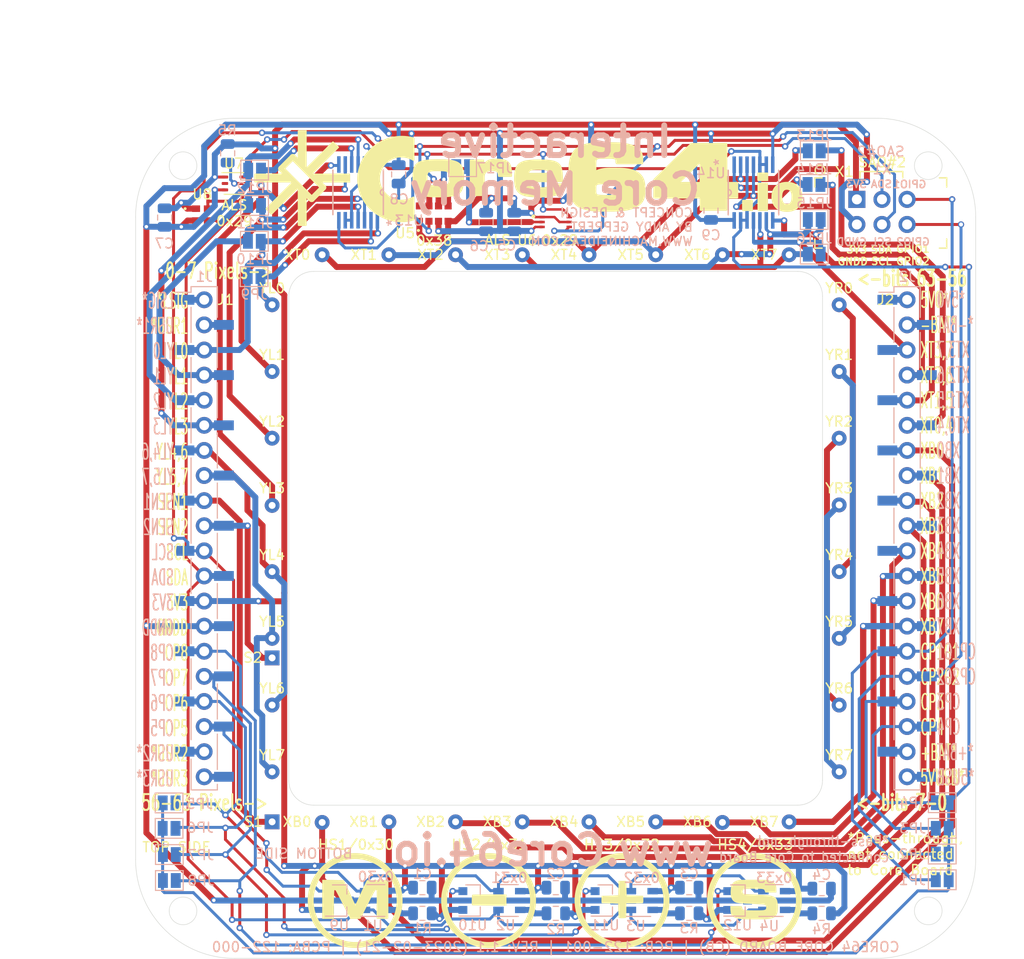
<source format=kicad_pcb>
(kicad_pcb (version 20221018) (generator pcbnew)
  (title_block (title "Core64 CB (Core Board)") (date "2023-02-21") (rev "1.1") (company "Andy Geppert") (comment 1 "www.MachineIdeas.com"))
  (layers (0 "F.Cu" signal) (31 "B.Cu" signal) (34 "B.Paste" user) (35 "F.Paste" user) (36 "B.SilkS" user "B.Silkscreen") (37 "F.SilkS" user "F.Silkscreen") (38 "B.Mask" user) (39 "F.Mask" user) (44 "Edge.Cuts" user))
  (net 0 "")
  (net 1 "XB7")
  (net 2 "XB4")
  (net 3 "XB6")
  (net 4 "XB5")
  (net 5 "XB0")
  (net 6 "XB1")
  (net 7 "XB2")
  (net 8 "XB3")
  (net 9 "XT3-7")
  (net 10 "XT2-6")
  (net 11 "XT1-5")
  (net 12 "XT0-4")
  (net 13 "YL5")
  (net 14 "YL4")
  (net 15 "YL3")
  (net 16 "YL2")
  (net 17 "YL1")
  (net 18 "YL0")
  (net 19 "SENSE1")
  (net 20 "SENSE2")
  (net 21 "GNDD")
  (net 22 "3V3_800mA")
  (net 23 "I2C_DATA")
  (net 24 "I2C_CLOCK")
  (net 25 "H_YL3")
  (net 26 "H_YL0")
  (net 27 "H_YL1")
  (net 28 "H_YL2")
  (net 29 "H_XT2-6")
  (net 30 "H_XT0-4")
  (net 31 "H_XT3-7")
  (net 32 "H_XT1-5")
  (net 33 "ENABLE")
  (net 34 "PLANE_6")
  (net 35 "PLANE_8")
  (net 36 "PLANE_5")
  (net 37 "PLANE_7")
  (net 38 "PLANE_2")
  (net 39 "PLANE_4")
  (net 40 "PLANE_1")
  (net 41 "PLANE_3")
  (net 42 "ALS_INT")
  (net 43 "Net-(CM1-YR0)")
  (net 44 "Net-(CM1-YR1)")
  (net 45 "Net-(CM1-YR2)")
  (net 46 "Net-(CM1-YR3)")
  (net 47 "unconnected-(J1-Pin_1-Pad1)")
  (net 48 "unconnected-(J1-Pin_2-Pad2)")
  (net 49 "unconnected-(J1-Pin_19-Pad19)")
  (net 50 "unconnected-(J1-Pin_20-Pad20)")
  (net 51 "unconnected-(J2-Pin_1-Pad1)")
  (net 52 "unconnected-(J2-Pin_2-Pad2)")
  (net 53 "unconnected-(J2-Pin_19-Pad19)")
  (net 54 "unconnected-(J2-Pin_20-Pad20)")
  (net 55 "Net-(JP17-B)")
  (net 56 "Net-(U1-ALERT)")
  (net 57 "Net-(U2-ALERT)")
  (net 58 "Net-(U3-ALERT)")
  (net 59 "Net-(U4-ALERT)")
  (net 60 "Net-(U7-INT)")
  (net 61 "Net-(U5-LDR)")
  (footprint "Core_Memory_8x8_Array:Core64-M_-_+_S_Buttons" (layer "F.Cu") (at 97.238932 171.27)
    (fp_text reference "L2" hide)
    (fp_text value "Core_64_M-+S_Buttons_4mm" hide)
  )
  (footprint "Core_64_footprints:core_64_6.75mm_square_v0.5_front_facing" (layer "F.Cu") (at 98.223932 134.62)
    (fp_text reference "CM1")
    (fp_text value "Core_Memory_8x8_Array_Front_Facing")
  )
  (footprint "ALS_BH1730:REG_BD00IC0WHFV-GTR" (layer "F.Cu") (at 98.223932 102.62)
    (fp_text reference "U6")
    (fp_text value "BH1730FVC")
  )
  (footprint "OptoDevice:Lite-On_LTR-303ALS-01" (layer "F.Cu") (at 65.663932 98.72)
    (fp_text reference "U7")
    (fp_text value "LTR-303ALS-01")
  )
  (footprint "LiteOn_LTR-329ALS:LTR-329ALS-01" (layer "F.Cu") (at 62.438932 101.87)
    (fp_text reference "U8")
    (fp_text value "LTR-329ALS-01" hide)
  )
  (footprint "Badgelife_SAO_v169bis_20190321-0053:Badgelife-SAOv169-BADGE-2x3" (layer "F.Cu") (at 131.1818 101.58)
    (fp_text reference "X1")
    (fp_text value "SFH11-NBPC-D03-ST-BK")
  )
  (footprint "Rohm_RPR-0521RS:RPR0521RS" (layer "F.Cu") (at 85.888932 101.77)
    (fp_text reference "U5")
    (fp_text value "RPR-0521RS" hide)
  )
  (footprint "Core_64_KiCad_Library:Core64.io_w_core_symbol_9mm_tall" (layer "F.Cu") (at 94.953664 98.214072)
    (fp_text reference "L1" hide)
    (fp_text value "Core_64_Logo" hide)
  )
  (footprint "Connector_PinHeader_2.54mm:PinHeader_1x20_P2.54mm_Vertical_SMD_and_TH_Pin1Right" (layer "B.Cu") (at 62.663932 129.54 180)
    (fp_text reference "J1")
    (fp_text value "929834-04-36-RK")
  )
  (footprint "Connector_PinHeader_2.54mm:PinHeader_1x20_P2.54mm_Vertical_SMD_and_TH_Pin1Right" (layer "B.Cu") (at 133.783932 129.54 180)
    (fp_text reference "J2")
    (fp_text value "929834-04-36-RK")
  )
  (footprint "Capacitor_SMD:C_0805_2012Metric" (layer "B.Cu") (at 94.038932 102.62 -90)
    (fp_text reference "C5")
    (fp_text value "0.1uF")
  )
  (footprint "Capacitor_SMD:C_0805_2012Metric" (layer "B.Cu") (at 58.663932 102.17 -90)
    (fp_text reference "C7")
    (fp_text value "0.1uF")
  )
  (footprint "Capacitor_SMD:C_0805_2012Metric" (layer "B.Cu") (at 82.338932 97.795 -90)
    (fp_text reference "C8")
    (fp_text value "0.1uF")
  )
  (footprint "Capacitor_SMD:C_0805_2012Metric" (layer "B.Cu") (at 113.938932 101.47 90)
    (fp_text reference "C9")
    (fp_text value "0.1uF")
  )
  (footprint "Jumper:SolderJumper-2_P1.3mm_Open_Pad1.0x1.5mm" (layer "B.Cu") (at 137.338932 169.17)
    (fp_text reference "JP1")
    (fp_text value "SolderJumper_2_Open")
  )
  (footprint "Jumper:SolderJumper-2_P1.3mm_Open_Pad1.0x1.5mm" (layer "B.Cu") (at 137.338932 166.57)
    (fp_text reference "JP2")
    (fp_text value "SolderJumper_2_Open")
  )
  (footprint "Jumper:SolderJumper-2_P1.3mm_Open_Pad1.0x1.5mm" (layer "B.Cu") (at 137.338932 163.97)
    (fp_text reference "JP3")
    (fp_text value "SolderJumper_2_Open")
  )
  (footprint "Jumper:SolderJumper-2_P1.3mm_Open_Pad1.0x1.5mm" (layer "B.Cu") (at 137.338932 161.37)
    (fp_text reference "JP4")
    (fp_text value "SolderJumper_2_Open")
  )
  (footprint "Jumper:SolderJumper-2_P1.3mm_Open_Pad1.0x1.5mm" (layer "B.Cu") (at 59.113932 161.395 180)
    (fp_text reference "JP5")
    (fp_text value "SolderJumper_2_Open")
  )
  (footprint "Jumper:SolderJumper-2_P1.3mm_Open_Pad1.0x1.5mm" (layer "B.Cu") (at 59.138932 166.62 180)
    (fp_text reference "JP7")
    (fp_text value "SolderJumper_2_Open")
  )
  (footprint "Jumper:SolderJumper-2_P1.3mm_Open_Pad1.0x1.5mm" (layer "B.Cu") (at 59.138932 169.245 180)
    (fp_text reference "JP8")
    (fp_text value "SolderJumper_2_Open")
  )
  (footprint "Jumper:SolderJumper-2_P1.3mm_Open_Pad1.0x1.5mm" (layer "B.Cu") (at 67.738932 104.57)
    (fp_text reference "JP10")
    (fp_text value "SolderJumper_2_Open")
  )
  (footprint "Jumper:SolderJumper-2_P1.3mm_Open_Pad1.0x1.5mm" (layer "B.Cu") (at 67.763932 100.945)
    (fp_text reference "JP11")
    (fp_text value "SolderJumper_2_Open")
  )
  (footprint "Jumper:SolderJumper-2_P1.3mm_Open_Pad1.0x1.5mm" (layer "B.Cu") (at 67.763932 97.37)
    (fp_text reference "JP12")
    (fp_text value "SolderJumper_2_Open")
  )
  (footprint "Jumper:SolderJumper-2_P1.3mm_Open_Pad1.0x1.5mm" (layer "B.Cu") (at 124.363932 98.82 180)
    (fp_text reference "JP14")
    (fp_text value "SolderJumper_2_Open")
  )
  (footprint "Jumper:SolderJumper-2_P1.3mm_Open_Pad1.0x1.5mm" (layer "B.Cu") (at 124.388932 102.37 180)
    (fp_text reference "JP15")
    (fp_text value "SolderJumper_2_Open")
  )
  (footprint "Jumper:SolderJumper-2_P1.3mm_Open_Pad1.0x1.5mm" (layer "B.Cu") (at 124.388932 105.87 180)
    (fp_text reference "JP16")
    (fp_text value "SolderJumper_2_Open")
  )
  (footprint "Resistor_SMD:R_0805_2012Metric" (layer "B.Cu") (at 65.038932 95.67 -90)
    (fp_text reference "R5")
    (fp_text value "10K")
  )
  (footprint "TI_TS3A4751PWR:TS3A4751PWR" (layer "B.Cu") (at 78.238932 99.62 90)
    (fp_text reference "U13")
    (fp_text value "TS3A4751PWR")
  )
  (footprint "TI_TS3A4751PWR:TS3A4751PWR" (layer "B.Cu") (at 118.238932 99.6394 -90)
    (fp_text reference "U14")
    (fp_text value "TS3A4751PWR")
  )
  (footprint "Jumper:SolderJumper-2_P1.3mm_Open_Pad1.0x1.5mm" (layer "B.Cu") (at 67.713932 108.145)
    (fp_text reference "JP9")
    (fp_text value "SolderJumper_2_Open")
  )
  (footprint "Jumper:SolderJumper-2_P1.3mm_Open_Pad1.0x1.5mm" (layer "B.Cu") (at 124.388932 95.42 180)
    (fp_text reference "JP13")
    (fp_text value "SolderJumper_2_Open")
  )
  (footprint "Jumper:SolderJumper-2_P1.3mm_Open_Pad1.0x1.5mm" (layer "B.Cu") (at 59.113932 163.97 180)
    (fp_text reference "JP6")
    (fp_text value "SolderJumper_2_Open")
  )
  (footprint "Resistor_SMD:R_0805_2012Metric" (layer "B.Cu") (at 84.738932 172.57 180)
    (fp_text reference "R1")
    (fp_text value "10K")
  )
  (footprint "Capacitor_SMD:C_0805_2012Metric" (layer "B.Cu") (at 125.138932 170.07)
    (fp_text reference "C4")
    (fp_text value "0.1uF")
  )
  (footprint "Capacitor_SMD:C_0805_2012Metric" (layer "B.Cu") (at 111.738932 169.97)
    (fp_text reference "C3")
    (fp_text value "0.1uF")
  )
  (footprint "Resistor_SMD:R_0805_2012Metric" (layer "B.Cu") (at 125.138932 172.57 180)
    (fp_text reference "R4")
    (fp_text value "10K")
  )
  (footprint "Resistor_SMD:R_0805_2012Metric" (layer "B.Cu") (at 111.738932 172.57 180)
    (fp_text reference "R3")
    (fp_text value "10K")
  )
  (footprint "Resistor_SMD:R_0805_2012Metric" (layer "B.Cu") (at 98.238932 172.57 180)
    (fp_text reference "R2")
    (fp_text value "10K")
  )
  (footprint "Package_TO_SOT_SMD:SOT-23" (layer "B.Cu") (at 76.338932 171.27)
    (fp_text reference "U9")
    (fp_text value "TCS40DPR,LF")
  )
  (footprint "Package_TO_SOT_SMD:SOT-23" (layer "B.Cu") (at 116.638932 171.27)
    (fp_text reference "U12")
    (fp_text value "TCS40DPR,LF")
  )
  (footprint "Package_TO_SOT_SMD:SOT-23" (layer "B.Cu") (at 103.213932 171.27)
    (fp_text reference "U11")
    (fp_text value "TCS40DPR,LF")
  )
  (footprint "Package_TO_SOT_SMD:SOT-23" (layer "B.Cu") (at 89.838932 171.27)
    (fp_text reference "U10")
    (fp_text value "TCS40DPR,LF")
  )
  (footprint "Capacitor_SMD:C_0805_2012Metric" (layer "B.Cu") (at 98.238932 169.97)
    (fp_text reference "C2")
    (fp_text value "0.1uF")
  )
  (footprint "Capacitor_SMD:C_0805_2012Metric" (layer "B.Cu") (at 84.738932 169.97)
    (fp_text reference "C1")
    (fp_text value "0.1uF")
  )
  (footprint "Package_TO_SOT_SMD:SOT-23-5" (layer "B.Cu") (at 120.338932 171.27)
    (fp_text reference "U4")
    (fp_text value "SI7210-B-04-IV")
  )
  (footprint "Package_TO_SOT_SMD:SOT-23-5" (layer "B.Cu") (at 106.938932 171.27)
    (fp_text reference "U3")
    (fp_text value "SI7210-B-03-IV")
  )
  (footprint "Package_TO_SOT_SMD:SOT-23-5" (layer "B.Cu") (at 93.538932 171.27)
    (fp_text reference "U2")
    (fp_text value "SI7210-B-02-IV")
  )
  (footprint "Package_TO_SOT_SMD:SOT-23-5" (layer "B.Cu") (at 80.038932 171.27)
    (fp_text reference "U1")
    (fp_text value "SI7210-B-00-IV")
  )
  (footprint "Capacitor_SMD:C_0805_2012Metric" (layer "B.Cu") (at 91.188932 102.62 -90)
    (fp_text reference "C6")
    (fp_text value "10uF")
  )
  (footprint "Jumper:SolderJumper-2_P1.3mm_Open_Pad1.0x1.5mm" (layer "B.Cu") (at 88.813932 97.02)
    (fp_text reference "JP17")
    (fp_text value "SolderJumper_2_Open")
  )
  (gr_circle (center 91.438932 171.27) (end 95.938932 171.27) (stroke (width 0.6)) (fill none) (layer "F.SilkS"))
  (gr_circle (center 104.938932 171.27) (end 109.438932 171.27) (stroke (width 0.6)) (fill none) (layer "F.SilkS"))
  (gr_circle (center 118.338932 171.27) (end 122.838932 171.27) (stroke (width 0.6)) (fill none) (layer "F.SilkS"))
  (gr_circle (center 77.938932 171.27) (end 82.438932 171.27) (stroke (width 0.6)) (fill none) (layer "F.SilkS"))
  (gr_line (start 65.723932 92.12) (end 130.723932 92.12) (stroke (width 0.05)) (layer "Edge.Cuts"))
  (gr_line (start 55.723932 167.12) (end 55.723932 102.12) (stroke (width 0.05)) (layer "Edge.Cuts"))
  (gr_line (start 73.723932 161.62) (end 122.723932 161.62) (stroke (width 0.05)) (layer "Edge.Cuts"))
  (gr_line (start 125.223932 159.12) (end 125.223932 110.12) (stroke (width 0.05)) (layer "Edge.Cuts"))
  (gr_line (start 71.223932 110.12) (end 71.223932 159.12) (stroke (width 0.05)) (layer "Edge.Cuts"))
  (gr_line (start 122.723932 107.62) (end 73.723932 107.62) (stroke (width 0.05)) (layer "Edge.Cuts"))
  (gr_line (start 140.723932 102.12) (end 140.723932 167.12) (stroke (width 0.05)) (layer "Edge.Cuts"))
  (gr_line (start 65.723932 177.12) (end 130.723932 177.12) (stroke (width 0.05)) (layer "Edge.Cuts"))
  (gr_arc (start 73.723932 161.62) (mid 71.956165 160.887767) (end 71.223932 159.12) (stroke (width 0.05)) (layer "Edge.Cuts"))
  (gr_arc (start 125.223932 159.12) (mid 124.491699 160.887767) (end 122.723932 161.62) (stroke (width 0.05)) (layer "Edge.Cuts"))
  (gr_arc (start 122.723932 107.62) (mid 124.491699 108.352233) (end 125.223932 110.12) (stroke (width 0.05)) (layer "Edge.Cuts"))
  (gr_arc (start 65.723932 177.12) (mid 58.652864 174.191068) (end 55.723932 167.12) (stroke (width 0.05)) (layer "Edge.Cuts"))
  (gr_arc (start 140.723932 167.12) (mid 137.795 174.191068) (end 130.723932 177.12) (stroke (width 0.05)) (layer "Edge.Cuts"))
  (gr_arc (start 55.723932 102.12) (mid 58.652864 95.048932) (end 65.723932 92.12) (stroke (width 0.05)) (layer "Edge.Cuts"))
  (gr_circle (center 135.923932 96.92) (end 137.323932 96.92) (stroke (width 0.05)) (fill none) (layer "Edge.Cuts"))
  (gr_circle (center 60.523932 172.32) (end 61.923932 172.32) (stroke (width 0.05)) (fill none) (layer "Edge.Cuts"))
  (gr_circle (center 135.923932 172.32) (end 137.323932 172.32) (stroke (width 0.05)) (fill none) (layer "Edge.Cuts"))
  (gr_arc (start 71.223932 110.12) (mid 71.956165 108.352233) (end 73.723932 107.62) (stroke (width 0.05)) (layer "Edge.Cuts"))
  (gr_circle (center 60.523932 96.92) (end 61.923932 96.92) (stroke (width 0.05)) (fill none) (layer "Edge.Cuts"))
  (gr_arc (start 130.723932 92.12) (mid 137.795 95.048932) (end 140.723932 102.12) (stroke (width 0.05)) (layer "Edge.Cuts"))
  (gr_text "Interactive\nCore Memory" (at 98.138932 96.901) (layer "B.SilkS") (effects (font (size 3 3) (thickness 0.6)) (justify mirror)))
  (gr_text "www.Core64.io" (at 97.938932 166.17) (layer "B.SilkS") (effects (font (size 3 3) (thickness 0.6)) (justify mirror)))
  (gr_text "0x33" (at 120.338932 168.97) (layer "B.SilkS") (effects (font (size 1 1) (thickness 0.16)) (justify mirror)))
  (gr_text "0x32" (at 106.938932 168.97) (layer "B.SilkS") (effects (font (size 1 1) (thickness 0.16)) (justify mirror)))
  (gr_text "0x31" (at 93.538932 168.97) (layer "B.SilkS") (effects (font (size 1 1) (thickness 0.16)) (justify mirror)))
  (gr_text "0x30" (at 80.038932 168.87) (layer "B.SilkS") (effects (font (size 1 1) (thickness 0.16)) (justify mirror)))
  (gr_text "SAO#2" (at 131.116932 95.504) (layer "B.SilkS") (effects (font (size 1 1)) (justify mirror)))
  (gr_text "LSIG*\nUSR1*\nYL0\nYL1\nYL2\nYL3\nYL4,6\nYL5,7\nSEN1\nSEN2\nSCL\nSDA\n3V3\nGNDD\nCP8\nCP7\nCP6\nCP5\nUSR2*\nUSR3*" (at 59.688932 134.77) (layer "B.SilkS") (effects (font (size 1.58 0.8) (thickness 0.16)) (justify left mirror)))
  (gr_text "*Pass-through, not \nconnected to Core Board" (at 132.038932 166.07) (layer "B.SilkS") (effects (font (size 1 0.9)) (justify left mirror)))
  (gr_text "CORE64 CORE BOARD (CB) | PCB: 122-001 | REV: 1.1 (2023-02-21) | PCBA: 122-000" (at 98.223932 175.9712) (layer "B.SilkS") (effects (font (size 1 1)) (justify mirror)))
  (gr_text "BOTTOM SIDE" (at 77.776932 166.5224) (layer "B.SilkS") (effects (font (size 1 1)) (justify left mirror)))
  (gr_text "CONCEPT & DESIGN\nBY ANDY GEPPERT\nWWW.MACHINEIDEAS.COM" (at 112.1918 103.124) (layer "B.SilkS") (effects (font (size 0.9 0.9)) (justify left mirror)))
  (gr_text "*5V0\n*-BAT\nXT3,7\nXT2,6\nXT1,5\nXT0,4\nXB0\nXB1\nXB2\nXB3\nXB4\nXB5\nXB6\nXB7\nCP1G1\nCP2G2\nCP3\nCP4\n*+BAT\n*5USB" (at 136.704932 134.6454) (layer "B.SilkS") (effects (font (size 1.58 0.8) (thickness 0.16)) (justify right mirror)))
  (gr_text "X1" (at 131.2418 97.282) (layer "B.SilkS") (effects (font (size 1 1)) (justify mirror)))
  (gr_text "5V0*\n-BAT*\nXT3,7\nXT2,6\nXT1,5\nXT0,4\nXB0\nXB1\nXB2\nXB3\nXB4\nXB5\nXB6\nXB7\nCP1G1\nCP2G2\nCP3\nCP4\n+BAT*\n5VUSB*" (at 135.038932 134.67) (layer "F.SilkS") (effects (font (size 1.58 0.8) (thickness 0.16)) (justify left)))
  (gr_text "56-63 Pixels->" (at 56.188932 161.37) (layer "F.SilkS") (effects (font (size 1.6 1) (thickness 0.2) bold) (justify left)))
  (gr_text "0-7 Pixels->" (at 58.5978 107.57) (layer "F.SilkS") (effects (font (size 1.6 1) (thickness 0.2) bold) (justify left)))
  (gr_text "<-bits 7-0" (at 133.238932 161.37) (layer "F.SilkS") (effects (font (size 1.6 1) (thickness 0.25))))
  (gr_text "<-bits 63-56" (at 134.288932 108.32) (layer "F.SilkS") (effects (font (size 1.6 1) (thickness 0.25))))
  (gr_text "HS2/0x31" (at 91.523932 165.62) (layer "F.SilkS") (effects (font (size 1 1) (thickness 0.16))))
  (gr_text "HS4/0x33" (at 118.423932 165.62) (layer "F.SilkS") (effects (font (size 1 1) (thickness 0.16))))
  (gr_text "J2" (at 131.624932 110.49) (layer "F.SilkS") (effects (font (size 1 1))))
  (gr_text "J1" (at 64.822932 110.49) (layer "F.SilkS") (effects (font (size 1 1))))
  (gr_text "ALS\n0x29" (at 65.713932 101.72) (layer "F.SilkS") (effects (font (size 1 1) (thickness 0.16))))
  (gr_text "0x29" (at 98.663932 104.47) (layer "F.SilkS") (effects (font (size 1 1) (thickness 0.16))))
  (gr_text "*Pass-through, \nnot connected \nto Core Board" (at 127.638932 166.57) (layer "F.SilkS") (effects (font (size 1 1)) (justify left)))
  (gr_text "TOP SIDE" (at 56.313932 165.87) (layer "F.SilkS") (effects (font (size 1 1)) (justify left)))
  (gr_text "ALS" (at 92.363932 104.445) (layer "F.SilkS") (effects (font (size 1 1) (thickness 0.16))))
  (gr_text "0x38" (at 85.938932 104.495) (layer "F.SilkS") (effects (font (size 1 1) (thickness 0.16))))
  (gr_text "*LSIG\n*USR1\nYL0\nYL1\nYL2\nYL3\nYL4,6\nYL5,7\nSEN1\nSEN2\nSCL\nSDA\n3V3\nGNDD\nCP8\nCP7\nCP6\nCP5\n*USR2\n*USR3" (at 61.138932 134.77) (layer "F.SilkS") (effects (font (size 1.58 0.8) (thickness 0.16)) (justify right)))
  (gr_text "HS1/0x30" (at 78.023932 165.62) (layer "F.SilkS") (effects (font (size 1 1) (thickness 0.16))))
  (gr_text "HS3/0x32" (at 104.923932 165.62) (layer "F.SilkS") (effects (font (size 1 1) (thickness 0.16))))
  (segment (start 129.338924 160.270008) (end 129.338924 143.949621) (width 0.635) (layer "F.Cu") (net 1))
  (segment (start 121.736432 163.3075) (end 126.301432 163.3075) (width 0.635) (layer "F.Cu") (net 1))
  (segment (start 126.301432 163.3075) (end 129.338924 160.270008) (width 0.635) (layer "F.Cu") (net 1))
  (segment (start 129.338924 143.949621) (end 129.338924 143.500609) (width 0.635) (layer "F.Cu") (net 1))
  (via (at 129.338924 143.500609) (size 0.635) (drill 0.4) (layers "F.Cu" "B.Cu") (net 1))
  (segment (start 135.438932 143.51) (end 133.783932 143.51) (width 0.635) (layer "B.Cu") (net 1))
  (segment (start 129.348315 143.51) (end 129.338924 143.500609) (width 0.635) (layer "B.Cu") (net 1))
  (segment (start 133.783932 143.51) (end 129.348315 143.51) (width 0.635) (layer "B.Cu") (net 1))
  (segment (start 132.28024 137.393692) (end 132.933933 136.739999) (width 0.6) (layer "F.Cu") (net 2))
  (segment (start 114.232834 165.274012) (end 117.019955 165.274012) (width 0.6) (layer "F.Cu") (net 2))
  (segment (start 117.019955 165.274012) (end 117.888932 166.142989) (width 0.6) (layer "F.Cu") (net 2))
  (segment (start 132.28024 161.372396) (end 132.28024 137.393692) (width 0.6) (layer "F.Cu") (net 2))
  (segment (start 117.888932 166.142989) (end 127.509647 166.142989) (width 0.6) (layer "F.Cu") (net 2))
  (segment (start 113.828822 164.87) (end 114.232834 165.274012) (width 0.6) (layer "F.Cu") (net 2))
  (segment (start 127.509647 166.142989) (end 132.28024 161.372396) (width 0.6) (layer "F.Cu") (net 2))
  (segment (start 101.661432 163.37) (end 103.161432 164.87) (width 0.6) (layer "F.Cu") (net 2))
  (segment (start 132.933933 136.739999) (end 133.783932 135.89) (width 0.6) (layer "F.Cu") (net 2))
  (segment (start 103.161432 164.87) (end 113.828822 164.87) (width 0.6) (layer "F.Cu") (net 2))
  (segment (start 101.573932 163.37) (end 101.661432 163.37) (width 0.6) (layer "F.Cu") (net 2))
  (segment (start 132.128932 135.89) (end 133.783932 135.89) (width 0.6) (layer "B.Cu") (net 2))
  (segment (start 119.938932 164.57) (end 126.438932 164.57) (width 0.6) (layer "F.Cu") (net 3))
  (segment (start 130.388932 160.62) (end 130.388932 140.920008) (width 0.6) (layer "F.Cu") (net 3))
  (segment (start 118.738932 163.37) (end 119.938932 164.57) (width 0.6) (layer "F.Cu") (net 3))
  (segment (start 126.438932 164.57) (end 130.388932 160.62) (width 0.6) (layer "F.Cu") (net 3))
  (segment (start 115.098932 163.37) (end 118.738932 163.37) (width 0.6) (layer "F.Cu") (net 3))
  (via (at 130.388932 140.920008) (size 0.635) (drill 0.4) (layers "F.Cu" "B.Cu") (net 3))
  (segment (start 130.438924 140.97) (end 130.388932 140.920008) (width 0.6) (layer "B.Cu") (net 3))
  (segment (start 133.783932 140.97) (end 130.438924 140.97) (width 0.6) (layer "B.Cu") (net 3))
  (segment (start 131.338862 161.191396) (end 131.338862 138.919012) (width 0.6) (layer "F.Cu") (net 4))
  (segment (start 108.273932 163.37) (end 113.35697 163.37) (width 0.6) (layer "F.Cu") (net 4))
  (segment (start 127.160258 165.37) (end 131.338862 161.191396) (width 0.6) (layer "F.Cu") (net 4))
  (segment (start 118.338932 165.37) (end 127.160258 165.37) (width 0.6) (layer "F.Cu") (net 4))
  (segment (start 114.533971 164.547001) (end 117.515933 164.547001) (width 0.6) (layer "F.Cu") (net 4))
  (segment (start 113.35697 163.37) (end 114.533971 164.547001) (width 0.6) (layer "F.Cu") (net 4))
  (segment (start 131.338862 138.919012) (end 131.338862 138.47) (width 0.6) (layer "F.Cu") (net 4))
  (segment (start 117.515933 164.547001) (end 118.338932 165.37) (width 0.6) (layer "F.Cu") (net 4))
  (via (at 131.338862 138.47) (size 0.635) (drill 0.4) (layers "F.Cu" "B.Cu") (net 4))
  (segment (start 131.378862 138.43) (end 131.338862 138.47) (width 0.6) (layer "B.Cu") (net 4))
  (segment (start 133.783932 138.43) (end 131.378862 138.43) (width 0.6) (layer "B.Cu") (net 4))
  (segment (start 133.783932 138.43) (end 135.438932 138.43) (width 0.6) (layer "B.Cu") (net 4))
  (segment (start 81.938932 176.47) (end 125.638932 176.47) (width 0.6) (layer "F.Cu") (net 5))
  (segment (start 138.338932 163.77) (end 138.338932 127.27) (width 0.6) (layer "F.Cu") (net 5))
  (segment (start 125.638932 176.47) (end 138.338932 163.77) (width 0.6) (layer "F.Cu") (net 5))
  (segment (start 74.598932 163.545) (end 74.598932 169.13) (width 0.6) (layer "F.Cu") (net 5))
  (segment (start 136.798932 125.73) (end 133.783932 125.73) (width 0.6) (layer "F.Cu") (net 5))
  (segment (start 138.338932 127.27) (end 136.798932 125.73) (width 0.6) (layer "F.Cu") (net 5))
  (segment (start 74.598932 169.13) (end 81.938932 176.47) (width 0.6) (layer "F.Cu") (net 5))
  (segment (start 132.128932 125.73) (end 133.783932 125.73) (width 0.6) (layer "B.Cu") (net 5))
  (segment (start 136.038932 128.27) (end 137.338932 129.57) (width 0.6) (layer "F.Cu") (net 6))
  (segment (start 137.338932 163.47) (end 125.488932 175.32) (width 0.6) (layer "F.Cu") (net 6))
  (segment (start 137.338932 129.57) (end 137.338932 163.47) (width 0.6) (layer "F.Cu") (net 6))
  (segment (start 125.488932 175.32) (end 84.788932 175.32) (width 0.6) (layer "F.Cu") (net 6))
  (segment (start 81.348932 171.88) (end 81.348932 163.495) (width 0.6) (layer "F.Cu") (net 6))
  (segment (start 133.783932 128.27) (end 136.038932 128.27) (width 0.6) (layer "F.Cu") (net 6))
  (segment (start 84.788932 175.32) (end 81.348932 171.88) (width 0.6) (layer "F.Cu") (net 6))
  (segment (start 133.783932 128.27) (end 135.438932 128.27) (width 0.6) (layer "B.Cu") (net 6))
  (segment (start 99.963932 166.87) (end 116.238932 166.87) (width 0.6) (layer "F.Cu") (net 7))
  (segment (start 117.038932 167.67) (end 129.788932 167.67) (width 0.6) (layer "F.Cu") (net 7))
  (segment (start 116.238932 166.87) (end 117.038932 167.67) (width 0.6) (layer "F.Cu") (net 7))
  (segment (start 135.388932 130.92) (end 133.893932 130.92) (width 0.6) (layer "F.Cu") (net 7))
  (segment (start 136.338932 161.12) (end 136.338932 131.87) (width 0.6) (layer "F.Cu") (net 7))
  (segment (start 129.788932 167.67) (end 136.338932 161.12) (width 0.6) (layer "F.Cu") (net 7))
  (segment (start 92.013932 163.445) (end 94.463932 165.895) (width 0.6) (layer "F.Cu") (net 7))
  (segment (start 88.173932 163.37) (end 88.098932 163.445) (width 0.6) (layer "F.Cu") (net 7))
  (segment (start 94.463932 165.895) (end 98.988932 165.895) (width 0.6) (layer "F.Cu") (net 7))
  (segment (start 88.098932 163.445) (end 92.013932 163.445) (width 0.6) (layer "F.Cu") (net 7))
  (segment (start 136.338932 131.87) (end 135.388932 130.92) (width 0.6) (layer "F.Cu") (net 7))
  (segment (start 133.893932 130.92) (end 133.783932 130.81) (width 0.6) (layer "F.Cu") (net 7))
  (segment (start 98.988932 165.895) (end 99.963932 166.87) (width 0.6) (layer "F.Cu") (net 7))
  (segment (start 132.128932 130.81) (end 133.783932 130.81) (width 0.6) (layer "B.Cu") (net 7))
  (segment (start 98.413932 163.395) (end 101.019954 166.001022) (width 0.6) (layer "F.Cu") (net 8))
  (segment (start 135.438932 135.005) (end 134.633931 134.199999) (width 0.6) (layer "F.Cu") (net 8))
  (segment (start 134.633931 134.199999) (end 133.783932 133.35) (width 0.6) (layer "F.Cu") (net 8))
  (segment (start 94.848932 163.395) (end 98.413932 163.395) (width 0.6) (layer "F.Cu") (net 8))
  (segment (start 129.163932 166.87) (end 135.438932 160.595) (width 0.6) (layer "F.Cu") (net 8))
  (segment (start 116.569955 166.001023) (end 117.438932 166.87) (width 0.6) (layer "F.Cu") (net 8))
  (segment (start 101.019954 166.001022) (end 116.569955 166.001023) (width 0.6) (layer "F.Cu") (net 8))
  (segment (start 135.438932 160.595) (end 135.438932 135.005) (width 0.6) (layer "F.Cu") (net 8))
  (segment (start 117.438932 166.87) (end 129.163932 166.87) (width 0.6) (layer "F.Cu") (net 8))
  (segment (start 94.873932 163.37) (end 94.848932 163.395) (width 0.6) (layer "F.Cu") (net 8))
  (segment (start 133.783932 133.35) (end 135.438932 133.35) (width 0.6) (layer "B.Cu") (net 8))
  (segment (start 96.249734 107.17) (end 94.949734 105.87) (width 0.6) (layer "F.Cu") (net 9))
  (segment (start 118.938932 103.87) (end 118.938932 107.07) (width 0.6) (layer "F.Cu") (net 9))
  (segment (start 94.949734 105.87) (end 94.873932 105.87) (width 0.6) (layer "F.Cu") (net 9))
  (segment (start 119.038932 107.17) (end 96.249734 107.17) (width 0.6) (layer "F.Cu") (net 9))
  (segment (start 120.373932 107.17) (end 119.038932 107.17) (width 0.6) (layer "F.Cu") (net 9))
  (segment (start 118.938932 107.07) (end 119.038932 107.17) (width 0.6) (layer "F.Cu") (net 9))
  (segment (start 121.673932 105.87) (end 120.373932 107.17) (width 0.6) (layer "F.Cu") (net 9))
  (via (at 118.938932 103.87) (size 0.65) (drill 0.35) (layers "F.Cu" "B.Cu") (net 9))
  (segment (start 118.873933 103.805001) (end 118.938932 103.87) (width 0.4) (layer "B.Cu") (net 9))
  (segment (start 118.873933 102.4394) (end 118.873933 103.805001) (width 0.3) (layer "B.Cu") (net 9))
  (segment (start 123.788932 105.87) (end 121.673932 105.87) (width 0.6) (layer "B.Cu") (net 9))
  (segment (start 119.8598 105.87) (end 119.938932 105.790868) (width 0.6) (layer "F.Cu") (net 10))
  (segment (start 119.938932 105.790868) (end 119.938932 103.87) (width 0.6) (layer "F.Cu") (net 10))
  (segment (start 117.038932 105.87) (end 114.973932 105.87) (width 0.6) (layer "F.Cu") (net 10))
  (via (at 119.8598 105.87) (size 0.65) (drill 0.35) (layers "F.Cu" "B.Cu") (net 10))
  (via (at 119.938932 103.87) (size 0.65) (drill 0.35) (layers "F.Cu" "B.Cu") (net 10))
  (via (at 117.038932 105.87) (size 0.65) (drill 0.35) (layers "F.Cu" "B.Cu") (net 10))
  (segment (start 119.938932 103.87) (end 123.338932 103.87) (width 0.6) (layer "B.Cu") (net 10))
  (segment (start 119.8598 105.87) (end 117.038932 105.87) (width 0.6) (layer "B.Cu") (net 10))
  (segment (start 123.788932 103.42) (end 123.788932 102.37) (width 0.6) (layer "B.Cu") (net 10))
  (segment (start 113.675942 107.16799) (end 89.334422 107.16799) (width 0.6) (layer "B.Cu") (net 10))
  (segment (start 89.334422 107.16799) (end 88.098932 105.9325) (width 0.6) (layer "B.Cu") (net 10))
  (segment (start 123.338932 103.87) (end 123.788932 103.42) (width 0.6) (layer "B.Cu") (net 10))
  (segment (start 114.973932 105.87) (end 113.675942 107.16799) (width 0.6) (layer "B.Cu") (net 10))
  (segment (start 119.538932 103.37) (end 119.538932 102.47) (width 0.3) (layer "B.Cu") (net 10))
  (segment (start 119.938932 103.77) (end 119.538932 103.37) (width 0.3) (layer "B.Cu") (net 10))
  (segment (start 114.173932 99.97) (end 108.273932 105.87) (width 0.6) (layer "F.Cu") (net 11))
  (segment (start 122.629191 98.321391) (end 120.980582 99.97) (width 0.6) (layer "F.Cu") (net 11))
  (segment (start 120.980582 99.97) (end 114.173932 99.97) (width 0.6) (layer "F.Cu") (net 11))
  (via (at 122.629191 98.321391) (size 0.65) (drill 0.35) (layers "F.Cu" "B.Cu") (net 11))
  (via (at 118.238932 99.97) (size 0.65) (drill 0.35) (layers "F.Cu" "B.Cu") (net 11))
  (segment (start 118.238932 99.97) (end 118.238932 96.8156) (width 0.3) (layer "B.Cu") (net 11))
  (segment (start 87.638932 104.57) (end 106.973932 104.57) (width 0.6) (layer "B.Cu") (net 11))
  (segment (start 123.1778 98.87) (end 122.629191 98.321391) (width 0.6) (layer "B.Cu") (net 11))
  (segment (start 81.386432 105.97) (end 86.238932 105.97) (width 0.6) (layer "B.Cu") (net 11))
  (segment (start 86.238932 105.97) (end 87.638932 104.57) (width 0.6) (layer "B.Cu") (net 11))
  (segment (start 123.788932 98.87) (end 123.1778 98.87) (width 0.6) (layer "B.Cu") (net 11))
  (segment (start 81.348932 105.9325) (end 81.386432 105.97) (width 0.6) (layer "B.Cu") (net 11))
  (segment (start 106.973932 104.57) (end 108.273932 105.87) (width 0.6) (layer "B.Cu") (net 11))
  (segment (start 113.138932 98.27) (end 106.838932 104.57) (width 0.6) (layer "F.Cu") (net 12))
  (segment (start 102.873932 104.57) (end 101.573932 105.87) (width 0.6) (layer "F.Cu") (net 12))
  (segment (start 106.838932 104.57) (end 102.873932 104.57) (width 0.6) (layer "F.Cu") (net 12))
  (segment (start 122.4858 96.259) (end 120.4748 98.27) (width 0.6) (layer "F.Cu") (net 12))
  (segment (start 101.573932 105.87) (end 100.273932 104.57) (width 0.6) (layer "F.Cu") (net 12))
  (segment (start 100.273932 104.57) (end 87.563932 104.57) (width 0.6) (layer "F.Cu") (net 12))
  (segment (start 120.4748 98.27) (end 116.938932 98.27) (width 0.6) (layer "F.Cu") (net 12))
  (segment (start 84.965942 107.16799) (end 76.071922 107.16799) (width 0.6) (layer "F.Cu") (net 12))
  (segment (start 76.071922 107.16799) (end 74.773932 105.87) (width 0.6) (layer "F.Cu") (net 12))
  (segment (start 122.4858 95.37) (end 122.4858 96.259) (width 0.6) (layer "F.Cu") (net 12))
  (segment (start 87.563932 104.57) (end 84.965942 107.16799) (width 0.6) (layer "F.Cu") (net 12))
  (segment (start 116.938932 98.27) (end 113.138932 98.27) (width 0.6) (layer "F.Cu") (net 12))
  (via (at 116.938932 98.27) (size 0.65) (drill 0.35) (layers "F.Cu" "B.Cu") (net 12))
  (via (at 122.4858 95.37) (size 0.65) (drill 0.35) (layers "F.Cu" "B.Cu") (net 12))
  (segment (start 116.938932 98.27) (end 116.938932 96.8156) (width 0.3) (layer "B.Cu") (net 12))
  (segment (start 122.4858 95.37) (end 123.838932 95.37) (width 0.6) (layer "B.Cu") (net 12))
  (segment (start 68.538932 157.2475) (end 69.536432 158.245) (width 0.6) (layer "B.Cu") (net 13))
  (segment (start 67.838932 139.27) (end 69.536432 140.9675) (width 0.6) (layer "B.Cu") (net 13))
  (segment (start 65.638932 128.27) (end 67.838932 130.47) (width 0.6) (layer "B.Cu") (net 13))
  (segment (start 62.663932 128.27) (end 65.638932 128.27) (width 0.6) (layer "B.Cu") (net 13))
  (segment (start 67.988932 144.745) (end 67.988932 152.02) (width 0.6) (layer "B.Cu") (net 13))
  (segment (start 69.536432 144.745) (end 69.511432 144.72) (width 0.6) (layer "B.Cu") (net 13))
  (segment (start 67.988932 152.02) (end 68.538932 152.57) (width 0.6) (layer "B.Cu") (net 13))
  (segment (start 67.838932 130.47) (end 67.838932 139.27) (width 0.6) (layer "B.Cu") (net 13))
  (segment (start 69.511432 144.72) (end 68.013932 144.72) (width 0.6) (layer "B.Cu") (net 13))
  (segment (start 62.663932 128.27) (end 64.318932 128.27) (width 0.6) (layer "B.Cu") (net 13))
  (segment (start 68.013932 144.72) (end 67.988932 144.745) (width 0.6) (layer "B.Cu") (net 13))
  (segment (start 68.538932 152.57) (end 68.538932 157.2475) (width 0.6) (layer "B.Cu") (net 13))
  (segment (start 69.536432 140.9675) (end 69.536432 144.745) (width 0.6) (layer "B.Cu") (net 13))
  (segment (start 69.536432 137.995) (end 68.573932 137.0325) (width 0.6) (layer "F.Cu") (net 14))
  (segment (start 63.098932 125.73) (end 62.663932 125.73) (width 0.6) (layer "F.Cu") (net 14))
  (segment (start 68.573932 133.33) (end 67.038932 131.795) (width 0.6) (layer "F.Cu") (net 14))
  (segment (start 67.038932 131.795) (end 67.038932 129.67) (width 0.6) (layer "F.Cu") (net 14))
  (segment (start 67.038932 129.67) (end 63.098932 125.73) (width 0.6) (layer "F.Cu") (net 14))
  (segment (start 68.573932 137.0325) (end 68.573932 133.33) (width 0.6) (layer "F.Cu") (net 14))
  (segment (start 70.771922 150.25951) (end 69.536432 151.495) (width 0.6) (layer "B.Cu") (net 14))
  (segment (start 69.536432 137.995) (end 70.771922 139.23049) (width 0.6) (layer "B.Cu") (net 14))
  (segment (start 62.663932 125.73) (end 61.008932 125.73) (width 0.6) (layer "B.Cu") (net 14))
  (segment (start 70.771922 139.23049) (end 70.771922 150.25951) (width 0.6) (layer "B.Cu") (net 14))
  (segment (start 71.714454 95.425894) (end 71.970348 95.17) (width 0.6) (layer "F.Cu") (net 15))
  (segment (start 68.438932 98.9435) (end 68.438932 100.27) (width 0.6) (layer "F.Cu") (net 15))
  (segment (start 64.238932 104.47) (end 64.238932 124.07) (width 0.6) (layer "F.Cu") (net 15))
  (segment (start 69.536432 129.3675) (end 69.536432 131.295) (width 0.6) (layer "F.Cu") (net 15))
  (segment (start 71.970348 95.17) (end 77.538932 95.17) (width 0.6) (layer "F.Cu") (net 15))
  (segment (start 64.238932 124.07) (end 69.536432 129.3675) (width 0.6) (layer "F.Cu") (net 15))
  (segment (start 68.438932 100.27) (end 64.238932 104.47) (width 0.6) (layer "F.Cu") (net 15))
  (via (at 68.438932 98.9435) (size 0.65) (drill 0.35) (layers "F.Cu" "B.Cu") (net 15))
  (via (at 71.714454 95.425894) (size 0.65) (drill 0.35) (layers "F.Cu" "B.Cu") (net 15))
  (via (at 77.538932 95.17) (size 0.65) (drill 0.35) (layers "F.Cu" "B.Cu") (net 15))
  (segment (start 68.438932 97.52) (end 68.388932 97.47) (width 0.6) (layer "B.Cu") (net 15))
  (segment (start 71.714454 95.425894) (end 69.770348 97.37) (width 0.6) (layer "B.Cu") (net 15))
  (segment (start 77.588932 95.22) (end 77.588932 96.82) (width 0.3) (layer "B.Cu") (net 15))
  (segment (start 69.770348 97.37) (end 68.388932 97.37) (width 0.6) (layer "B.Cu") (net 15))
  (segment (start 68.438932 98.9435) (end 68.438932 97.52) (width 0.6) (layer "B.Cu") (net 15))
  (segment (start 77.538932 95.17) (end 77.588932 95.22) (width 0.3) (layer "B.Cu") (net 15))
  (segment (start 73.7548 99.27) (end 76.8418 99.27) (width 0.6) (layer "F.Cu") (net 16))
  (segment (start 65.238932 120.1975) (end 69.536432 124.495) (width 0.6) (layer "F.Cu") (net 16))
  (segment (start 76.8418 99.27) (end 76.8858 99.314) (width 0.6) (layer "F.Cu") (net 16))
  (segment (start 68.538932 102.37) (end 68.538932 102.42) (width 0.6) (layer "F.Cu") (net 16))
  (segment (start 70.6548 102.37) (end 73.7548 99.27) (width 0.6) (layer "F.Cu") (net 16))
  (segment (start 65.238932 105.72) (end 65.238932 120.1975) (width 0.6) (layer "F.Cu") (net 16))
  (segment (start 68.538932 102.42) (end 65.238932 105.72) (width 0.6) (layer "F.Cu") (net 16))
  (via (at 68.538932 102.37) (size 0.65) (drill 0.35) (layers "F.Cu" "B.Cu") (net 16))
  (via (at 76.8858 99.314) (size 0.65) (drill 0.35) (layers "F.Cu" "B.Cu") (net 16))
  (via (at 70.6548 102.37) (size 0.65) (drill 0.35) (layers "F.Cu" "B.Cu") (net 16))
  (segment (start 68.538932 101.07) (end 68.413932 100.945) (width 0.6) (layer "B.Cu") (net 16))
  (segment (start 68.538932 102.37) (end 68.538932 101.07) (width 0.6) (layer "B.Cu") (net 16))
  (segment (start 76.938932 99.260868) (end 76.938932 96.82) (width 0.3) (layer "B.Cu") (net 16))
  (segment (start 76.8858 99.314) (end 76.938932 99.260868) (width 0.3) (layer "B.Cu") (net 16))
  (segment (start 70.6548 102.37) (end 68.538932 102.37) (width 0.6) (layer "B.Cu") (net 16))
  (segment (start 68.538932 105.97) (end 66.438932 108.07) (width 0.6) (layer "F.Cu") (net 17))
  (segment (start 70.6138 104.57) (end 74.1138 101.07) (width 0.6) (layer "F.Cu") (net 17))
  (segment (start 74.1138 101.07) (end 78.238932 101.07) (width 0.6) (layer "F.Cu") (net 17))
  (segment (start 66.438932 108.07) (end 66.438932 114.6475) (width 0.6) (layer "F.Cu") (net 17))
  (segment (start 66.438932 114.6475) (end 69.536432 117.745) (width 0.6) (layer "F.Cu") (net 17))
  (via (at 68.538932 105.97) (size 0.65) (drill 0.35) (layers "F.Cu" "B.Cu") (net 17))
  (via (at 78.238932 101.07) (size 0.65) (drill 0.35) (layers "F.Cu" "B.Cu") (net 17))
  (via (at 70.6138 104.57) (size 0.65) (drill 0.35) (layers "F.Cu" "B.Cu") (net 17))
  (segment (start 68.538932 105.97) (end 68.538932 104.87) (width 0.6) (layer "B.Cu") (net 17))
  (segment (start 68.538932 104.87) (end 68.238932 104.57) (width 0.6) (layer "B.Cu") (net 17))
  (segment (start 78.238932 101.07) (end 78.238932 102.4244) (width 0.3) (layer "B.Cu") (net 17))
  (segment (start 70.6138 104.57) (end 68.373932 104.57) (width 0.6) (layer "B.Cu") (net 17))
  (segment (start 73.238932 104.57) (end 79.523932 104.57) (width 0.6) (layer "F.Cu") (net 18))
  (segment (start 70.838932 106.97) (end 73.238932 104.57) (width 0.6) (layer "F.Cu") (net 18))
  (via (at 79.523932 104.57) (size 0.65) (drill 0.35) (layers "F.Cu" "B.Cu") (net 18))
  (via (at 70.838932 106.97) (size 0.65) (drill 0.35) (layers "F.Cu" "B.Cu") (net 18))
  (segment (start 79.538932 104.555) (end 79.523932 104.57) (width 0.3) (layer "B.Cu") (net 18))
  (segment (start 69.688932 108.12) (end 68.373932 108.12) (width 0.6) (layer "B.Cu") (net 18))
  (segment (start 79.538932 102.17) (end 79.538932 104.555) (width 0.3) (layer "B.Cu") (net 18))
  (segment (start 68.373932 109.8325) (end 68.373932 108.12) (width 0.6) (layer "B.Cu") (net 18))
  (segment (start 69.536432 110.995) (end 68.373932 109.8325) (width 0.6) (layer "B.Cu") (net 18))
  (segment (start 70.838932 106.97) (end 69.688932 108.12) (width 0.6) (layer "B.Cu") (net 18))
  (segment (start 69.536432 163.3075) (end 67.801432 163.3075) (width 0.6) (layer "F.Cu") (net 19))
  (segment (start 64.1858 130.81) (end 62.663932 130.81) (width 0.6) (layer "F.Cu") (net 19))
  (segment (start 67.801432 163.3075) (end 66.263932 161.77) (width 0.6) (layer "F.Cu") (net 19))
  (segment (start 66.263932 161.77) (end 66.263932 132.888132) (width 0.6) (layer "F.Cu") (net 19))
  (segment (start 66.263932 132.888132) (end 64.1858 130.81) (width 0.6) (layer "F.Cu") (net 19))
  (segment (start 62.663932 130.81) (end 61.008932 130.81) (width 0.6) (layer "B.Cu") (net 19))
  (segment (start 67.063932 133.357208) (end 67.063932 145.245) (width 0.6) (layer "F.Cu") (net 20))
  (segment (start 67.056724 133.35) (end 67.063932 133.357208) (width 0.6) (layer "F.Cu") (net 20))
  (segment (start 68.538932 146.72) (end 69.536432 146.72) (width 0.6) (layer "F.Cu") (net 20))
  (segment (start 67.063932 145.245) (end 68.538932 146.72) (width 0.6) (layer "F.Cu") (net 20))
  (via (at 67.056724 133.35) (size 0.65) (drill 0.35) (layers "F.Cu" "B.Cu") (net 20))
  (segment (start 64.318932 133.35) (end 62.663932 133.35) (width 0.6) (layer "B.Cu") (net 20))
  (segment (start 67.056724 133.35) (end 62.663932 133.35) (width 0.6) (layer "B.Cu") (net 20))
  (segment (start 86.373932 102.545) (end 86.373932 103.535) (width 0.6) (layer "F.Cu") (net 21))
  (segment (start 60.351432 103.1075) (end 60.988933 102.469999) (width 0.6) (layer "F.Cu") (net 21))
  (segment (start 56.813932 103.095) (end 56.813932 164.42) (width 0.6) (layer "F.Cu") (net 21))
  (segment (start 63.738932 99.37) (end 64.763932 99.37) (width 0.3) (layer "F.Cu") (net 21))
  (segment (start 56.813932 164.42) (end 63.313933 170.920001) (width 0.6) (layer "F.Cu") (net 21))
  (segment (start 61.438931 102.469999) (end 61.842032 102.469999) (width 0.6) (layer "F.Cu") (net 21))
  (segment (start 129.7178 93.773882) (end 129.7178 98.552) (width 0.6) (layer "F.Cu") (net 21))
  (segment (start 81.338932 93.67) (end 120.163928 93.67) (width 0.6) (layer "F.Cu") (net 21))
  (segment (start 95.758932 103.52) (end 95.763932 103.52) (width 0.25) (layer "F.Cu") (net 21))
  (segment (start 86.373932 103.535) (end 86.363932 103.545) (width 0.6) (layer "F.Cu") (net 21))
  (segment (start 96.163932 103.12) (end 96.848932 103.12) (width 0.25) (layer "F.Cu") (net 21))
  (segment (start 63.313933 170.920001) (end 63.638932 171.245) (width 0.6) (layer "F.Cu") (net 21))
  (segment (start 60.988933 102.469999) (end 61.438931 102.469999) (width 0.6) (layer "F.Cu") (net 21))
  (segment (start 120.163928 93.67) (end 120.188928 93.695) (width 0.6) (layer "F.Cu") (net 21))
  (segment (start 129.693859 93.749941) (end 129.7178 93.773882) (width 0.6) (layer "F.Cu") (net 21))
  (segment (start 95.763932 103.52) (end 96.163932 103.12) (width 0.25) (layer "F.Cu") (net 21))
  (via (at 63.638932 171.245) (size 0.65) (drill 0.35) (layers "F.Cu" "B.Cu") (net 21))
  (via (at 83.638932 93.67) (size 0.65) (drill 0.35) (layers "F.Cu" "B.Cu") (net 21))
  (via (at 86.363932 103.545) (size 0.65) (drill 0.35) (layers "F.Cu" "B.Cu") (net 21))
  (via (at 92.588932 93.62) (size 0.65) (drill 0.35) (layers "F.Cu" "B.Cu") (net 21))
  (via (at 81.338932 93.67) (size 0.65) (drill 0.35) (layers "F.Cu" "B.Cu") (net 21))
  (via (at 113.938932 93.67) (size 0.65) (drill 0.35) (layers "F.Cu" "B.Cu") (net 21))
  (via (at 95.758932 103.52) (size 0.65) (drill 0.35) (layers "F.Cu" "B.Cu") (net 21))
  (via (at 56.813932 103.095) (size 0.65) (drill 0.35) (layers "F.Cu" "B.Cu") (net 21))
  (via (at 129.693859 93.749941) (size 0.65) (drill 0.35) (layers "F.Cu" "B.Cu") (net 21))
  (via (at 63.738932 99.37) (size 0.65) (drill 0.35) (layers "F.Cu" "B.Cu") (net 21))
  (via (at 120.188928 93.695) (size 0.65) (drill 0.35) (layers "F.Cu" "B.Cu") (net 21))
  (via (at 60.351432 103.1075) (size 0.65) (drill 0.35) (layers "F.Cu" "B.Cu") (net 21))
  (via (at 129.7178 98.552) (size 0.65) (drill 0.35) (layers "F.Cu" "B.Cu") (net 21))
  (via (at 56.813932 143.444998) (size 0.65) (drill 0.35) (layers "F.Cu" "B.Cu") (net 21))
  (segment (start 126.076432 171.0325) (end 126.076432 170.07) (width 0.6) (layer "B.Cu") (net 21))
  (segment (start 99.338932 171.27) (end 105.838932 171.27) (width 0.6) (layer "B.Cu") (net 21))
  (segment (start 85.538932 171.27) (end 92.438932 171.27) (width 0.6) (layer "B.Cu") (net 21))
  (segment (start 112.676432 169.97) (end 112.676432 171.2325) (width 0.6) (layer "B.Cu") (net 21))
  (segment (start 85.676432 171.1325) (end 85.538932 171.27) (width 0.6) (layer "B.Cu") (net 21))
  (segment (start 112.676432 171.2325) (end 112.638932 171.27) (width 0.6) (layer "B.Cu") (net 21))
  (segment (start 112.638932 171.27) (end 105.838932 171.27) (width 0.6) (layer "B.Cu") (net 21))
  (segment (start 99.176432 171.1075) (end 99.176432 169.97) (width 0.6) (layer "B.Cu") (net 21))
  (segment (start 85.676432 169.97) (end 85.676432 171.1325) (width 0.6) (layer "B.Cu") (net 21))
  (segment (start 78.938932 171.27) (end 85.538932 171.27) (width 0.6) (layer "B.Cu") (net 21))
  (segment (start 125.838932 171.27) (end 126.076432 171.0325) (width 0.6) (layer "B.Cu") (net 21))
  (segment (start 119.238932 171.27) (end 125.838932 171.27) (width 0.6) (layer "B.Cu") (net 21))
  (segment (start 92.438932 171.27) (end 99.338932 171.27) (width 0.6) (layer "B.Cu") (net 21))
  (segment (start 119.238932 171.27) (end 112.638932 171.27) (width 0.6) (layer "B.Cu") (net 21))
  (segment (start 99.338932 171.27) (end 99.176432 171.1075) (width 0.6) (layer "B.Cu") (net 21))
  (segment (start 60.351432 103.1075) (end 60.538932 103.1075) (width 0.6) (layer "B.Cu") (net 21))
  (segment (start 56.813932 101.02) (end 58.638932 99.195) (width 0.6) (layer "B.Cu") (net 21))
  (segment (start 64.318932 143.51) (end 62.663932 143.51) (width 0.6) (layer "B.Cu") (net 21))
  (segment (start 86.363932 103.545) (end 91.176432 103.545) (width 0.6) (layer "B.Cu") (net 21))
  (segment (start 63.738932 99.37) (end 63.738932 100.97) (width 0.6) (layer "B.Cu") (net 21))
  (segment (start 92.588932 93.62) (end 92.588932 103.52) (width 0.6) (layer "B.Cu") (net 21))
  (segment (start 120.188928 94.154619) (end 120.188928 93.695) (width 0.3) (layer "B.Cu") (net 21))
  (segment (start 58.576432 103.1075) (end 60.351432 103.1075) (width 0.6) (layer "B.Cu") (net 21))
  (segment (start 58.638932 99.195) (end 61.413932 99.195) (width 0.6) (layer "B.Cu") (net 21))
  (segment (start 76.938932 105.245) (end 76.288932 104.595) (width 0.3) (layer "B.Cu") (net 21))
  (segment (start 61.601432 103.1075) (end 60.538932 103.1075) (width 0.6) (layer "B.Cu") (net 21))
  (segment (start 63.738932 100.97) (end 61.601432 103.1075) (width 0.6) (layer "B.Cu") (net 21))
  (segment (start 127.8986 98.552) (end 127.1778 99.2728) (width 0.6) (layer "B.Cu") (net 21))
  (segment (start 78.938932 171.27) (end 63.663932 171.27) (width 0.6) (layer "B.Cu") (net 21))
  (segment (start 129.7178 98.552) (end 127.8986 98.552) (width 0.6) (layer "B.Cu") (net 21))
  (segment (start 120.188928 96.715597) (end 120.188928 94.154619) (width 0.3) (layer "B.Cu") (net 21))
  (segment (start 83.638932 97.4075) (end 82.338932 98.7075) (width 0.4) (layer "B.Cu") (net 21))
  (segment (start 64.838932 92.77) (end 80.438932 92.77) (width 0.6) (layer "B.Cu") (net 21))
  (segment (start 56.878934 143.51) (end 56.813932 143.444998) (width 0.6) (layer "B.Cu") (net 21))
  (segment (start 80.163932 105.245) (end 76.938932 105.245) (width 0.3) (layer "B.Cu") (net 21))
  (segment (start 83.638932 93.67) (end 83.638932 97.4075) (width 0.4) (layer "B.Cu") (net 21))
  (segment (start 76.288932 104.595) (end 76.288932 102.524401) (width 0.3) (layer "B.Cu") (net 21))
  (segment (start 93.838932 103.52) (end 95.758932 103.52) (width 0.6) (layer "B.Cu") (net 21))
  (segment (start 128.713918 92.77) (end 121.113928 92.77) (width 0.6) (layer "B.Cu") (net 21))
  (segment (start 121.113928 92.77) (end 120.188928 93.695) (width 0.6) (layer "B.Cu") (net 21))
  (segment (start 80.438932 92.77) (end 81.338932 93.67) (width 0.6) (layer "B.Cu") (net 21))
  (segment (start 129.693859 93.749941) (end 128.713918 92.77) (width 0.6) (layer "B.Cu") (net 21))
  (segment (start 92.588932 103.52) (end 94.138932 103.52) (width 0.6) (layer "B.Cu") (net 21))
  (segment (start 63.663932 171.27) (end 63.638932 171.245) (width 0.6) (layer "B.Cu") (net 21))
  (segment (start 56.813932 103.095) (end 58.576432 103.1075) (width 0.6) (layer "B.Cu") (net 21))
  (segment (start 61.413932 99.195) (end 62.663932 97.945) (width 0.6) (layer "B.Cu") (net 21))
  (segment (start 127.1778 99.2728) (end 127.1778 101.346) (width 0.6) (layer "B.Cu") (net 21))
  (segment (start 113.938932 100.5325) (end 113.938932 93.67) (width 0.4) (layer "B.Cu") (net 21))
  (segment (start 120.188932 96.715601) (end 120.188928 96.715597) (width 0.3) (layer "B.Cu") (net 21))
  (segment (start 82.338932 103.07) (end 80.163932 105.245) (width 0.3) (layer "B.Cu") (net 21))
  (segment (start 94.101432 103.5575) (end 94.038932 103.5575) (width 0.6) (layer "B.Cu") (net 21))
  (segment (start 127.1778 101.346) (end 128.7018 102.87) (width 0.6) (layer "B.Cu") (net 21))
  (segment (start 94.138932 103.52) (end 94.101432 103.5575) (width 0.6) (layer "B.Cu") (net 21))
  (segment (start 62.663932 94.945) (end 64.838932 92.77) (width 0.6) (layer "B.Cu") (net 21))
  (segment (start 91.126432 103.52) (end 92.588932 103.52) (width 0.6) (layer "B.Cu") (net 21))
  (segment (start 62.663932 97.945) (end 62.663932 94.945) (width 0.6) (layer "B.Cu") (net 21))
  (segment (start 56.813932 103.095) (end 56.813932 101.02) (width 0.6) (layer "B.Cu") (net 21))
  (segment (start 62.663932 143.51) (end 56.878934 143.51) (width 0.6) (layer "B.Cu") (net 21))
  (segment (start 82.338932 98.7075) (end 82.338932 103.07) (width 0.3) (layer "B.Cu") (net 21))
  (segment (start 101.813932 92.77) (end 70.538932 92.77) (width 0.6) (layer "F.Cu") (net 22))
  (segment (start 96.183932 102.12) (end 96.811931 102.12) (width 0.25) (layer "F.Cu") (net 22))
  (segment (start 87.338932 103.695) (end 86.663932 104.37) (width 0.6) (layer "F.Cu") (net 22))
  (segment (start 128.7018 100.33) (end 128.608932 100.237132) (width 0.6) (layer "F.Cu") (net 22))
  (segment (start 84.433932 103.79) (end 84.433932 102.545) (width 0.6) (layer "F.Cu") (net 22))
  (segment (start 60.938932 101.27) (end 61.842031 101.27) (width 0.6) (layer "F.Cu") (net 22))
  (segment (start 98.9838 100.47) (end 96.363932 100.47) (width 0.6) (layer "F.Cu") (net 22))
  (segment (start 87.338932 103.5) (end 87.338932 103.695) (width 0.6) (layer "F.Cu") (net 22))
  (segment (start 61.842031 101.27) (end 61.842032 101.270001) (width 0.6) (layer "F.Cu") (net 22))
  (segment (start 91.7448 100.22) (end 94.013932 100.22) (width 0.6) (layer "F.Cu") (net 22))
  (segment (start 70.763931 140.145001) (end 70.763931 167.77) (width 0.6) (layer "F.Cu") (net 22))
  (segment (start 88.088932 102.545) (end 87.343932 102.545) (width 0.6) (layer "F.Cu") (net 22))
  (segment (start 60.338932 100.67) (end 60.938932 101.27) (width 0.6) (layer "F.Cu") (net 22))
  (segment (start 70.538932 92.77) (end 69.838932 93.47) (width 0.6) (layer "F.Cu") (net 22))
  (segment (start 69.838932 93.47) (end 69.838932 109.07) (width 0.6) (layer "F.Cu") (net 22))
  (segment (start 82.9818 167.77) (end 82.9818 169.97) (width 0.6) (layer "F.Cu") (net 22))
  (segment (start 73.1998 167.77) (end 73.846922 167.77) (width 0.6) (layer "F.Cu") (net 22))
  (segment (start 128.608932 100.237132) (end 128.608932 94.54) (width 0.6) (layer "F.Cu") (net 22))
  (segment (start 113.813932 172.816368) (end 113.4618 173.1685) (width 0.6) (layer "F.Cu") (net 22))
  (segment (start 86.663932 104.37) (end 85.013932 104.37) (width 0.6) (layer "F.Cu") (net 22))
  (segment (start 113.813932 167.700956) (end 113.813932 172.816368) (width 0.6) (layer "F.Cu") (net 22))
  (segment (start 68.163937 140.995001) (end 68.138932 140.969996) (width 0.6) (layer "F.Cu") (net 22))
  (segment (start 109.9058 167.77) (end 109.9058 169.97) (width 0.6) (layer "F.Cu") (net 22))
  (segment (start 86.713926 172.878394) (end 86.713926 167.77) (width 0.6) (layer "F.Cu") (net 22))
  (segment (start 90.463932 100.17) (end 88.088932 102.545) (width 0.6) (layer "F.Cu") (net 22))
  (segment (start 72.5678 168.402) (end 73.1998 167.77) (width 0.6) (layer "F.Cu") (net 22))
  (segment (start 96.4438 167.77) (end 96.4438 169.97) (width 0.6) (layer "F.Cu") (net 22))
  (segment (start 70.763931 140.995001) (end 68.163937 140.995001) (width 0.6) (layer "F.Cu") (net 22))
  (segment (start 87.343932 102.545) (end 87.343932 103.495) (width 0.6) (layer "F.Cu") (net 22))
  (segment (start 63.738933 98.070001) (end 64.763932 98.07) (width 0.3) (layer "F.Cu") (net 22))
  (segment (start 126.838932 92.77) (end 101.813932 92.77) (width 0.6) (layer "F.Cu") (net 22))
  (segment (start 72.5678 172.212) (end 72.5678 168.402) (width 0.6) (layer "F.Cu") (net 22))
  (segment (start 69.838932 109.07) (end 70.771922 110.00299) (width 0.6) (layer "F.Cu") (net 22))
  (segment (start 91.6948 100.17) (end 90.463932 100.17) (width 0.6) (layer "F.Cu") (net 22))
  (segment (start 98.6068 102.62) (end 99.598932 102.62) (width 0.25) (layer "F.Cu") (net 22))
  (segment (start 128.608932 94.54) (end 126.838932 92.77) (width 0.6) (layer "F.Cu") (net 22))
  (segment (start 70.771922 140.13701) (end 70.763931 140.145001) (width 0.6) (layer "F.Cu") (net 22))
  (segment (start 96.363932 100.47) (end 95.758932 101.075) (width 0.6) (layer "F.Cu") (net 22))
  (segment (start 86.48081 173.11151) (end 86.713926 172.878394) (width 0.6) (layer "F.Cu") (net 22))
  (segment (start 91.7448 100.22) (end 91.6948 100.17) (width 0.6) (layer "F.Cu") (net 22))
  (segment (start 95.758932 101.075) (end 95.758932 101.72) (width 0.6) (layer "F.Cu") (net 22))
  (segment (start 96.848932 102.12) (end 98.1068 102.12) (width 0.25) (layer "F.Cu") (net 22))
  (segment (start 98.1068 102.12) (end 98.6068 102.62) (width 0.25) (layer "F.Cu") (net 22))
  (segment (start 87.343932 103.495) (end 87.338932 103.5) (width 0.6) (layer "F.Cu") (net 22))
  (segment (start 95.758932 101.72) (end 96.163932 102.12) (width 0.25) (layer "F.Cu") (net 22))
  (segment (start 100.213932 172.904368) (end 100.213932 167.77) (width 0.6) (layer "F.Cu") (net 22))
  (segment (start 85.013932 104.37) (end 84.433932 103.79) (width 0.6) (layer "F.Cu") (net 22))
  (segment (start 70.771922 110.00299) (end 70.771922 140.13701) (width 0.6) (layer "F.Cu") (net 22))
  (via (at 113.4618 173.1685) (size 0.65) (drill 0.35) (layers "F.Cu" "B.Cu") (net 22))
  (via (at 100.213932 172.904368) (size 0.65) (drill 0.35) (layers "F.Cu" "B.Cu") (net 22))
  (via (at 100.213932 167.77) (size 0.65) (drill 0.35) (layers "F.Cu" "B.Cu") (net 22))
  (via (at 72.5678 172.212) (size 0.65) (drill 0.35) (layers "F.Cu" "B.Cu") (net 22))
  (via (at 109.9058 167.77) (size 0.65) (drill 0.35) (layers "F.Cu" "B.Cu") (net 22))
  (via (at 109.9058 169.97) (size 0.65) (drill 0.35) (layers "F.Cu" "B.Cu") (net 22))
  (via (at 82.9818 169.97) (size 0.65) (drill 0.35) (layers "F.Cu" "B.Cu") (net 22))
  (via (at 96.4438 167.77) (size 0.65) (drill 0.35) (layers "F.Cu" "B.Cu") (net 22))
  (via (at 96.4438 169.97) (size 0.65) (drill 0.35) (layers "F.Cu" "B.Cu") (net 22))
  (via (at 82.9818 167.77) (size 0.65) (drill 0.35) (layers "F.Cu" "B.Cu") (net 22))
  (via (at 86.48081 173.11151) (size 0.65) (drill 0.35) (layers "F.Cu" "B.Cu") (net 22))
  (via (at 86.713926 167.77) (size 0.65) (drill 0.35) (layers "F.Cu" "B.Cu") (net 22))
  (via (at 68.138932 140.969996) (size 0.65) (drill 0.35) (layers "F.Cu" "B.Cu") (net 22))
  (via (at 73.846922 167.77) (size 0.65) (drill 0.35) (layers "F.Cu" "B.Cu") (net 22))
  (via (at 60.338932 100.67) (size 0.65) (drill 0.35) (layers "F.Cu" "B.Cu") (net 22))
  (via (at 91.7448 100.22) (size 0.65) (drill 0.35) (layers "F.Cu" "B.Cu") (net 22))
  (via (at 82.338932 92.77) (size 0.65) (drill 0.35) (layers "F.Cu" "B.Cu") (net 22))
  (via (at 98.9838 100.47) (size 0.65) (drill 0.35) (layers "F.Cu" "B.Cu") (net 22))
  (via (at 70.763931 167.77) (size 0.65) (drill 0.35) (layers "F.Cu" "B.Cu") (net 22))
  (via (at 95.758932 101.72) (size 0.65) (drill 0.35) (layers "F.Cu" "B.Cu") (net 22))
  (via (at 94.013932 100.22) (size 0.65) (drill 0.35) (layers "F.Cu" "B.Cu") (net 22))
  (via (at 112.338932 92.77) (size 0.65) (drill 0.35) (layers "F.Cu" "B.Cu") (net 22))
  (via (at 101.813932 92.77) (size 0.65) (drill 0.35) (layers "F.Cu" "B.Cu") (net 22))
  (via (at 63.738933 98.070001) (size 0.65) (drill 0.35) (layers "F.Cu" "B.Cu") (net 22))
  (via (at 69.838932 95.17) (size 0.65) (drill 0.35) (layers "F.Cu" "B.Cu") (net 22))
  (via (at 113.813932 167.700956) (size 0.65) (drill 0.35) (layers "F.Cu" "B.Cu") (net 22))
  (segment (start 127.438932 171.97) (end 127.438932 168.57) (width 0.6) (layer "B.Cu") (net 22))
  (segment (start 126.638932 167.77) (end 122.838932 167.77) (width 0.6) (layer "B.Cu") (net 22))
  (segment (start 127.438932 168.57) (end 126.638932 167.77) (width 0.6) (layer "B.Cu") (net 22))
  (segment (start 126.838932 172.57) (end 127.438932 171.97) (width 0.6) (layer "B.Cu") (net 22))
  (segment (start 126.076432 172.57) (end 126.838932 172.57) (width 0.6) (layer "B.Cu") (net 22))
  (segment (start 122.838932 170.07) (end 122.838932 167.77) (width 0.6) (layer "B.Cu") (net 22))
  (segment (start 124.201432 170.07) (end 122.838932 170.07) (width 0.6) (layer "B.Cu") (net 22))
  (segment (start 121.438932 170.32) (end 122.588932 170.32) (width 0.6) (layer "B.Cu") (net 22))
  (segment (start 122.588932 170.32) (end 122.838932 170.07) (width 0.6) (layer "B.Cu") (net 22))
  (segment (start 86.48081 173.11151) (end 87.37232 172.22) (width 0.6) (layer "B.Cu") (net 22))
  (segment (start 100.8983 172.22) (end 102.213932 172.22) (width 0.6) (layer "B.Cu") (net 22))
  (segment (start 87.37232 172.22) (end 88.838932 172.22) (width 0.6) (layer "B.Cu") (net 22))
  (segment (start 82.9818 169.97) (end 83.801432 169.97) (width 0.6) (layer "B.Cu") (net 22))
  (segment (start 100.213932 172.904368) (end 100.1733 172.904368) (width 0.6) (layer "B.Cu") (net 22))
  (segment (start 82.9818 167.77) (end 96.4438 167.77) (width 0.6) (layer "B.Cu") (net 22))
  (segment (start 72.5758 172.22) (end 75.338932 172.22) (width 0.6) (layer "B.Cu") (net 22))
  (segment (start 64.738932 94.77) (end 68.063932 94.77) (width 0.6) (layer "B.Cu") (net 22))
  (segment (start 72.5678 172.212) (end 72.5758 172.22) (width 0.6) (layer "B.Cu") (net 22))
  (segment (start 85.9393 172.57) (end 85.676432 172.57) (width 0.6) (layer "B.Cu") (net 22))
  (segment (start 99.838932 172.57) (end 99.176432 172.57) (width 0.6) (layer "B.Cu") (net 22))
  (segment (start 61.008932 140.97) (end 62.663932 140.97) (width 0.6) (layer "B.Cu") (net 22))
  (segment (start 109.9058 169.97) (end 110.801432 169.97) (width 0.6) (layer "B.Cu") (net 22))
  (segment (start 68.063932 94.77) (end 68.463932 95.17) (width 0.6) (layer "B.Cu") (net 22))
  (segment (start 94.013932 100.22) (end 94.013932 101.6575) (width 0.6) (layer "B.Cu") (net 22))
  (segment (start 80.238932 96.8325) (end 82.338932 96.8325) (width 0.4) (layer "B.Cu") (net 22))
  (segment (start 82.9818 169.97) (end 82.6818 170.27) (width 0.6) (layer "B.Cu") (net 22))
  (segment (start 112.8633 172.57) (end 112.676432 172.57) (width 0.6) (layer "B.Cu") (net 22))
  (segment (start 91.188932 100.775868) (end 91.188932 101.6825) (width 0.6) (layer "B.Cu") (net 22))
  (segment (start 112.876432 102.4075) (end 112.338932 101.87) (width 0.4) (layer "B.Cu") (net 22))
  (segment (start 96.0938 170.32) (end 94.638932 170.32) (width 0.6) (layer "B.Cu") (net 22))
  (segment (start 113.740432 173.1685) (end 114.688932 172.22) (width 0.6) (layer "B.Cu") (net 22))
  (segment (start 81.188932 170.27) (end 81.138932 170.32) (width 0.6) (layer "B.Cu") (net 22))
  (segment (start 63.738933 95.769999) (end 64.738932 94.77) (width 0.6) (layer "B.Cu") (net 22))
  (segment (start 98.9838 100.47) (end 101.813932 97.639868) (width 0.6) (layer "B.Cu") (net 22))
  (segment (start 82.9818 167.77) (end 73.846922 167.77) (width 0.6) (layer "B.Cu") (net 22))
  (segment (start 68.138928 140.97) (end 68.138932 140.969996) (width 0.6) (layer "B.Cu") (net 22))
  (segment (start 100.213932 172.904368) (end 100.8983 172.22) (width 0.6) (layer "B.Cu") (net 22))
  (segment (start 109.5558 170.32) (end 108.038932 170.32) (width 0.6) (layer "B.Cu") (net 22))
  (segment (start 82.338932 96.8325) (end 82.338932 92.77) (width 0.4) (layer "B.Cu") (net 22))
  (segment (start 113.4618 173.1685) (end 112.8633 172.57) (width 0.6) (layer "B.Cu") (net 22))
  (segment (start 113.938932 102.4075) (end 112.876432 102.4075) (width 0.4) (layer "B.Cu") (net 22))
  (segment (start 113.4618 173.1685) (end 113.740432 173.1685) (width 0.6) (layer "B.Cu") (net 22))
  (segment (start 94.013932 101.6575) (end 94.038932 101.6825) (width 0.6) (layer "B.Cu") (net 22))
  (segment (start 61.138934 100.67) (end 63.738933 98.070001) (width 0.6) (layer "B.Cu") (net 22))
  (segment (start 96.4438 167.77) (end 109.9058 167.77) (width 0.6) (layer "B.Cu") (net 22))
  (segment (start 113.938932 102.4075) (end 116.242033 102.4075) (width 0.4) (layer "B.Cu") (net 22))
  (segment (start 114.688932 172.22) (end 115.663932 172.22) (width 0.6) (layer "B.Cu") (net 22))
  (segment (start 100.1733 172.904368) (end 99.838932 172.57) (width 0.6) (layer "B.Cu") (net 22))
  (segment (start 86.48081 173.11151) (end 85.9393 172.57) (width 0.6) (layer "B.Cu") (net 22))
  (segment (start 70.763931 167.77) (end 73.846922 167.77) (width 0.6) (layer "B.Cu") (net 22))
  (segment (start 109.9058 169.97) (end 109.5558 170.32) (width 0.6) (layer "B.Cu") (net 22))
  (segment (start 63.738933 98.070001) (end 63.738933 95.769999) (width 0.6) (layer "B.Cu") (net 22))
  (segment (start 109.9058 167.77) (end 122.838932 167.77) (width 0.6) (layer "B.Cu") (net 22))
  (segment (start 60.338932 100.67) (end 61.138934 100.67) (width 0.6) (layer "B.Cu") (net 22))
  (segment (start 112.338932 101.87) (end 112.338932 92.77) (width 0.4) (layer "B.Cu") (net 22))
  (segment (start 91.7448 100.22) (end 91.188932 100.775868) (width 0.6) (layer "B.Cu") (net 22))
  (segment (start 68.463932 95.17) (end 69.838932 95.17) (width 0.6) (layer "B.Cu") (net 22))
  (segment (start 82.6818 170.27) (end 81.188932 170.27) (width 0.6) (layer "B.Cu") (net 22))
  (segment (start 101.813932 97.639868) (end 101.813932 92.77) (width 0.6) (layer "B.Cu") (net 22))
  (segment (start 96.4438 169.97) (end 97.301432 169.97) (width 0.6) (layer "B.Cu") (net 22))
  (segment (start 96.4438 169.97) (end 96.0938 170.32) (width 0.6) (layer "B.Cu") (net 22))
  (segment (start 58.588932 101.22) (end 59.788932 101.22) (width 0.6) (layer "B.Cu") (net 22))
  (segment (start 95.738932 101.695) (end 94.013932 101.695) (width 0.6) (layer "B.Cu") (net 22))
  (segment (start 59.788932 101.22) (end 60.338932 100.67) (width 0.6) (layer "B.Cu") (net 22))
  (segment (start 62.663932 140.97) (end 68.138928 140.97) (width 0.6) (layer "B.Cu") (net 22))
  (segment (start 60.838932 136.605) (end 62.663932 138.43) (width 0.3) (layer "F.Cu") (net 23))
  (segment (start 61.038932 167.07) (end 61.038932 140.055) (width 0.3) (layer "F.Cu") (net 23))
  (segment (start 82.238932 94.995) (end 79.963932 94.995) (width 0.3) (layer "F.Cu") (net 23))
  (segment (start 63.035832 102.469999) (end 63.888931 102.469999) (width 0.3) (layer "F.Cu") (net 23))
  (segment (start 83.001932 95.758) (end 82.238932 94.995) (width 0.3) (layer "F.Cu") (net 23))
  (segment (start 67.338932 95.97) (end 67.338932 98.07) (width 0.3) (layer "F.Cu") (net 23))
  (segment (start 121.337932 94.869) (end 121.438932 94.97) (width 0.3) (layer "F.Cu") (net 23))
  (segment (start 69.038932 94.27) (end 67.338932 95.97) (width 0.3) (layer "F.Cu") (net 23))
  (segment (start 110.2233 95.758) (end 111.1123 94.869) (width 0.3) (layer "F.Cu") (net 23))
  (segment (start 111.1123 94.869) (end 121.337932 94.869) (width 0.3) (layer "F.Cu") (net 23))
  (segment (start 67.338932 98.07) (end 67.338932 100.17) (width 0.3) (layer "F.Cu") (net 23))
  (segment (start 79.963932 94.995) (end 78.438932 93.47) (width 0.3) (layer "F.Cu") (net 23))
  (segment (start 71.538932 93.47) (end 70.738932 94.27) (width 0.3) (layer "F.Cu") (net 23))
  (segment (start 85.879409 98.274609) (end 84.433932 99.720086) (width 0.3) (layer "F.Cu") (net 23))
  (segment (start 96.9518 101.346) (end 98.9838 101.346) (width 0.25) (layer "F.Cu") (net 23))
  (segment (start 60.838932 106.67) (end 60.838932 136.605) (width 0.3) (layer "F.Cu") (net 23))
  (segment (start 61.038932 140.055) (end 62.663932 138.43) (width 0.3) (layer "F.Cu") (net 23))
  (segment (start 65.488932 173.22) (end 65.488932 171.52) (width 0.3) (layer "F.Cu") (net 23))
  (segment (start 84.433932 99.720086) (end 84.433932 100.995) (width 0.3) (layer "F.Cu") (net 23))
  (segment (start 98.9838 101.346) (end 99.598932 101.961132) (width 0.25) (layer "F.Cu") (net 23))
  (segment (start 66.563932 98.07) (end 67.338932 98.07) (width 0.3) (layer "F.Cu") (net 23))
  (segment (start 96.9518 95.758) (end 110.2233 95.758) (width 0.3) (layer "F.Cu") (net 23))
  (segment (start 96.9518 95.758) (end 85.238932 95.758) (width 0.3) (layer "F.Cu") (net 23))
  (segment (start 78.438932 93.47) (end 71.538932 93.47) (width 0.3) (layer "F.Cu") (net 23))
  (segment (start 67.338932 100.17) (end 64.463932 103.045) (width 0.3) (layer "F.Cu") (net 23))
  (segment (start 65.488932 171.52) (end 61.038932 167.07) (width 0.3) (layer "F.Cu") (net 23))
  (segment (start 85.238932 95.758) (end 83.001932 95.758) (width 0.3) (layer "F.Cu") (net 23))
  (segment (start 64.463932 103.045) (end 60.838932 106.67) (width 0.3) (layer "F.Cu") (net 23))
  (segment (start 63.888931 102.469999) (end 64.463932 103.045) (width 0.3) (layer "F.Cu") (net 23))
  (segment (start 99.598932 101.961132) (end 99.598932 102.12) (width 0.25) (layer "F.Cu") (net 23))
  (via (at 85.238932 95.758) (size 0.65) (drill 0.35) (layers "F.Cu" "B.Cu") (net 23))
  (via (at 96.9518 95.758) (size 0.65) (drill 0.35) (layers "F.Cu" "B.Cu") (net 23))
  (via (at 70.738932 94.27) (size 0.65) (drill 0.35) (layers "F.Cu" "B.Cu") (net 23))
  (via (at 96.9518 101.346) (size 0.65) (drill 0.35) (layers "F.Cu" "B.Cu") (net 23))
  (via (at 65.488932 173.22) (size 0.65) (drill 0.35) (layers "F.Cu" "B.Cu") (net 23))
  (via (at 69.038932 94.27) (size 0.65) (drill 0.35) (layers "F.Cu" "B.Cu") (net 23))
  (via (at 121.438932 94.97) (size 0.65) (drill 0.35) (layers "F.Cu" "B.Cu") (net 23))
  (via (at 85.879409 98.274609) (size 0.65) (drill 0.35) (layers "F.Cu" "B.Cu") (net 23))
  (segment (start 93.088932 173.72) (end 103.388932 173.72) (width 0.3) (layer "B.Cu") (net 23))
  (segment (start 103.388932 173.72) (end 104.888932 172.22) (width 0.3) (layer "B.Cu") (net 23))
  (segment (start 92.438932 172.27) (end 92.438932 173.07) (width 0.3) (layer "B.Cu") (net 23))
  (segment (start 92.438932 173.07) (end 93.088932 173.72) (width 0.3) (layer "B.Cu") (net 23))
  (segment (start 104.888932 172.22) (end 105.838932 172.22) (width 0.3) (layer "B.Cu") (net 23))
  (segment (start 117.788932 172.22) (end 116.238932 173.77) (width 0.3) (layer "B.Cu") (net 23))
  (segment (start 106.538932 173.77) (end 105.838932 173.07) (width 0.3) (layer "B.Cu") (net 23))
  (segment (start 119.238932 172.22) (end 117.788932 172.22) (width 0.3) (layer "B.Cu") (net 23))
  (segment (start 105.838932 173.07) (end 105.838932 172.22) (width 0.3) (layer "B.Cu") (net 23))
  (segment (start 116.238932 173.77) (end 106.538932 173.77) (width 0.3) (layer "B.Cu") (net 23))
  (segment (start 91.565933 173.142999) (end 92.438932 172.27) (width 0.3) (layer "B.Cu") (net 23))
  (segment (start 86.67297 173.77) (end 87.299971 173.142999) (width 0.3) (layer "B.Cu") (net 23))
  (segment (start 79.768932 172.22) (end 81.318932 173.77) (width 0.3) (layer "B.Cu") (net 23))
  (segment (start 81.318932 173.77) (end 86.67297 173.77) (width 0.3) (layer "B.Cu") (net 23))
  (segment (start 87.299971 173.142999) (end 91.565933 173.142999) (width 0.3) (layer "B.Cu") (net 23))
  (segment (start 78.938932 172.22) (end 79.768932 172.22) (width 0.3) (layer "B.Cu") (net 23))
  (segment (start 92.438932 172.27) (end 92.438932 172.22) (width 0.3) (layer "B.Cu") (net 23))
  (segment (start 85.238932 97.62) (end 85.879409 98.260477) (width 0.3) (layer "B.Cu") (net 23))
  (segment (start 70.738932 94.27) (end 69.038932 94.27) (width 0.3) (layer "B.Cu") (net 23))
  (segment (start 122.238932 94.17) (end 127.488932 94.17) (width 0.3) (layer "B.Cu") (net 23))
  (segment (start 78.113932 172.22) (end 78.938932 172.22) (width 0.3) (layer "B.Cu") (net 23))
  (segment (start 85.879409 98.260477) (end 85.879409 98.274609) (width 0.3) (layer "B.Cu") (net 23))
  (segment (start 127.488932 94.17) (end 131.2418 97.922868) (width 0.3) (layer "B.Cu") (net 23))
  (segment (start 121.438932 94.97) (end 122.238932 94.17) (width 0.3) (layer "B.Cu") (net 23))
  (segment (start 64.318932 138.43) (end 62.663932 138.43) (width 0.6) (layer "B.Cu") (net 23))
  (segment (start 65.488932 173.22) (end 77.113932 173.22) (width 0.3) (layer "B.Cu") (net 23))
  (segment (start 77.113932 173.22) (end 78.113932 172.22) (width 0.3) (layer "B.Cu") (net 23))
  (segment (start 131.2418 97.922868) (end 131.2418 100.33) (width 0.3) (layer "B.Cu") (net 23))
  (segment (start 85.238932 95.758) (end 85.238932 97.62) (width 0.3) (layer "B.Cu") (net 23))
  (segment (start 96.9518 101.346) (end 96.9518 95.758) (width 0.3) (layer "B.Cu") (net 23))
  (segment (start 61.863932 99.47) (end 62.663932 98.67) (width 0.3) (layer "F.Cu") (net 24))
  (segment (start 83.888932 94.97) (end 84.488932 94.97) (width 0.3) (layer "F.Cu") (net 24))
  (segment (start 99.198932 103.52) (end 99.598932 103.12) (width 0.25) (layer "F.Cu") (net 24))
  (segment (start 63.035832 100.52) (end 66.163932 100.52) (width 0.3) (layer "F.Cu") (net 24))
  (segment (start 59.563932 134.570132) (end 59.563932 100.245) (width 0.3) (layer "F.Cu") (net 24))
  (segment (start 66.163932 100.52) (end 66.563932 100.12) (width 0.3) (layer "F.Cu") (net 24))
  (segment (start 110.2868 94.361) (end 120.847932 94.361) (width 0.3) (layer "F.Cu") (net 24))
  (segment (start 62.663932 135.89) (end 65.638933 138.865001) (width 0.3) (layer "F.Cu") (net 24))
  (segment (start 64.538932 93.595) (end 68.513932 93.595) (width 0.3) (layer "F.Cu") (net 24))
  (segment (start 63.035832 101.270001) (end 63.035832 100.639801) (width 0.3) (layer "F.Cu") (net 24))
  (segment (start 63.035832 99.8669) (end 63.035832 100.639801) (width 0.3) (layer "F.Cu") (net 24))
  (segment (start 65.638933 162.144999) (end 68.638933 165.144999) (width 0.3) (layer "F.Cu") (net 24))
  (segment (start 62.276432 99.0575) (end 63.035832 99.8669) (width 0.3) (layer "F.Cu") (net 24))
  (segment (start 63.035832 100.639801) (end 63.035832 100.52) (width 0.3) (layer "F.Cu") (net 24))
  (segment (start 85.403932 102.545) (end 85.403932 103.505) (width 0.3) (layer "F.Cu") (net 24))
  (segment (start 108.5088 94.97) (end 109.6778 94.97) (width 0.3) (layer "F.Cu") (net 24))
  (segment (start 66.563932 100.12) (end 66.563932 99.37) (width 0.3) (layer "F.Cu") (net 24))
  (segment (start 68.638933 165.144999) (end 68.963932 165.469998) (width 0.3) (layer "F.Cu") (net 24))
  (segment (start 60.338932 99.47) (end 61.863932 99.47) (width 0.3) (layer "F.Cu") (net 24))
  (segment (start 65.638933 138.865001) (end 65.638933 162.144999) (width 0.3) (layer "F.Cu") (net 24))
  (segment (start 83.413931 94.494999) (end 83.888932 94.97) (width 0.3) (layer "F.Cu") (net 24))
  (segment (start 62.663932 95.47) (end 64.538932 93.595) (width 0.3) (layer "F.Cu") (net 24))
  (segment (start 59.563932 100.245) (end 60.338932 99.47) (width 0.3) (layer "F.Cu") (net 24))
  (segment (start 80.563931 94.494999) (end 83.413931 94.494999) (width 0.3) (layer "F.Cu") (net 24))
  (segment (start 109.6778 94.97) (end 110.2868 94.361) (width 0.3) (layer "F.Cu") (net 24))
  (segment (start 98.0948 103.52) (end 99.198932 103.52) (width 0.25) (layer "F.Cu") (net 24))
  (segment (start 59.6138 134.62) (end 59.563932 134.570132) (width 0.3) (layer "F.Cu") (net 24))
  (segment (start 84.488932 94.97) (end 108.5088 94.97) (width 0.3) (layer "F.Cu") (net 24))
  (segment (start 85.403932 103.505) (end 85.388932 103.52) (width 0.3) (layer "F.Cu") (net 24))
  (segment (start 62.663932 98.67) (end 62.663932 95.47) (width 0.3) (layer "F.Cu") (net 24))
  (segment (start 120.847932 94.361) (end 121.238932 93.97) (width 0.3) (layer "F.Cu") (net 24))
  (segment (start 80.238932 94.17) (end 80.563931 94.494999) (width 0.3) (layer "F.Cu") (net 24))
  (via (at 68.513932 93.595) (size 0.65) (drill 0.35) (layers "F.Cu" "B.Cu") (net 24))
  (via (at 80.238932 94.17) (size 0.65) (drill 0.35) (layers "F.Cu" "B.Cu") (net 24))
  (via (at 108.5088 94.97) (size 0.65) (drill 0.35) (layers "F.Cu" "B.Cu") (net 24))
  (via (at 84.488932 94.97) (size 0.65) (drill 0.35) (layers "F.Cu" "B.Cu") (net 24))
  (via (at 98.0948 103.52) (size 0.65) (drill 0.35) (layers "F.Cu" "B.Cu") (net 24))
  (via (at 59.6138 134.62) (size 0.65) (drill 0.35) (layers "F.Cu" "B.Cu") (net 24))
  (via (at 68.963932 165.469998) (size 0.65) (drill 0.35) (layers "F.Cu" "B.Cu") (net 24))
  (via (at 121.238932 93.97) (size 0.65) (drill 0.35) (layers "F.Cu" "B.Cu") (net 24))
  (via (at 85.388932 103.52) (size 0.65) (drill 0.35) (layers "F.Cu" "B.Cu") (net 24))
  (segment (start 92.438932 169.57) (end 92.438932 170.27) (width 0.3) (layer "B.Cu") (net 24))
  (segment (start 105.088932 170.32) (end 103.538932 168.77) (width 0.3) (layer "B.Cu") (net 24))
  (segment (start 93.188932 168.77) (end 92.438932 169.52) (width 0.3) (layer "B.Cu") (net 24))
  (segment (start 106.538932 168.77) (end 105.838932 169.47) (width 0.3) (layer "B.Cu") (net 24))
  (segment (start 119.238932 170.32) (end 118.388932 170.32) (width 0.3) (layer "B.Cu") (net 24))
  (segment (start 116.838932 168.77) (end 106.538932 168.77) (width 0.3) (layer "B.Cu") (net 24))
  (segment (start 105.838932 169.47) (end 105.838932 170.32) (width 0.3) (layer "B.Cu") (net 24))
  (segment (start 92.438932 169.52) (end 92.438932 169.57) (width 0.3) (layer "B.Cu") (net 24))
  (segment (start 105.838932 170.32) (end 105.088932 170.32) (width 0.3) (layer "B.Cu") (net 24))
  (segment (start 118.388932 170.32) (end 116.838932 168.77) (width 0.3) (layer "B.Cu") (net 24))
  (segment (start 103.538932 168.77) (end 93.188932 168.77) (width 0.3) (layer "B.Cu") (net 24))
  (segment (start 79.638932 168.77) (end 78.938932 169.47) (width 0.3) (layer "B.Cu") (net 24))
  (segment (start 90.138932 168.77) (end 79.638932 168.77) (width 0.3) (layer "B.Cu") (net 24))
  (segment (start 92.438932 169.57) (end 92.438932 170.32) (width 0.3) (layer "B.Cu") (net 24))
  (segment (start 78.938932 169.47) (end 78.938932 170.32) (width 0.3) (layer "B.Cu") (net 24))
  (segment (start 91.638932 170.27) (end 90.138932 168.77) (width 0.3) (layer "B.Cu") (net 24))
  (segment (start 92.438932 170.27) (end 91.638932 170.27) (width 0.3) (layer "B.Cu") (net 24))
  (segment (start 68.513932 93.595) (end 79.663932 93.595) (width 0.3) (layer "B.Cu") (net 24))
  (segment (start 102.988932 103.07) (end 102.988932 100.489868) (width 0.3) (layer "B.Cu") (net 24))
  (segment (start 68.963932 166.854619) (end 68.963932 165.929617) (width 0.3) (layer "B.Cu") (net 24))
  (segment (start 83.763932 98.22) (end 84.488932 97.495) (width 0.3) (layer "B.Cu") (net 24))
  (segment (start 61.008932 135.89) (end 62.663932 135.89) (width 0.3) (layer "B.Cu") (net 24))
  (segment (start 61.008932 135.04) (end 61.008932 135.89) (width 0.3) (layer "B.Cu") (net 24))
  (segment (start 121.638932 93.57) (end 128.263932 93.57) (width 0.3) (layer "B.Cu") (net 24))
  (segment (start 60.588932 134.62) (end 61.008932 135.04) (width 0.3) (layer "B.Cu") (net 24))
  (segment (start 84.488932 95.429619) (end 84.488932 94.97) (width 0.3) (layer "B.Cu") (net 24))
  (segment (start 102.988932 100.489868) (end 108.5088 94.97) (width 0.3) (layer "B.Cu") (net 24))
  (segment (start 85.388932 103.52) (end 83.763932 101.895) (width 0.3) (layer "B.Cu") (net 24))
  (segment (start 84.488932 97.495) (end 84.488932 95.429619) (width 0.3) (layer "B.Cu") (net 24))
  (segment (start 68.963932 165.929617) (end 68.963932 165.469998) (width 0.3) (layer "B.Cu") (net 24))
  (segment (start 78.108932 170.32) (end 76.208932 168.42) (width 0.3) (layer "B.Cu") (net 24))
  (segment (start 59.6138 134.62) (end 60.588932 134.62) (width 0.3) (layer "B.Cu") (net 24))
  (segment (start 128.263932 93.57) (end 132.5118 97.817868) (width 0.3) (layer "B.Cu") (net 24))
  (segment (start 79.663932 93.595) (end 80.238932 94.17) (width 0.3) (layer "B.Cu") (net 24))
  (segment (start 132.5118 97.817868) (end 132.5118 101.6) (width 0.3) (layer "B.Cu") (net 24))
  (segment (start 121.238932 93.97) (end 121.638932 93.57) (width 0.3) (layer "B.Cu") (net 24))
  (segment (start 70.529313 168.42) (end 68.963932 166.854619) (width 0.3) (layer "B.Cu") (net 24))
  (segment (start 102.538932 103.52) (end 102.988932 103.07) (width 0.3) (layer "B.Cu") (net 24))
  (segment (start 76.208932 168.42) (end 70.538932 168.42) (width 0.3) (layer "B.Cu") (net 24))
  (segment (start 78.938932 170.32) (end 78.108932 170.32) (width 0.3) (layer "B.Cu") (net 24))
  (segment (start 98.0948 103.52) (end 102.538932 103.52) (width 0.3) (layer "B.Cu") (net 24))
  (segment (start 132.5118 101.6) (end 131.2418 102.87) (width 0.3) (layer "B.Cu") (net 24))
  (segment (start 83.763932 101.895) (end 83.763932 98.22) (width 0.3) (layer "B.Cu") (net 24))
  (segment (start 71.807566 94.27) (end 78.238932 94.27) (width 0.6) (layer "F.Cu") (net 25))
  (segment (start 58.338932 121.97) (end 58.338932 107.544998) (width 0.6) (layer "F.Cu") (net 25))
  (segment (start 71.399676 94.67789) (end 71.807566 94.27) (width 0.6) (layer "F.Cu") (net 25))
  (via (at 78.238932 94.27) (size 0.65) (drill 0.35) (layers "F.Cu" "B.Cu") (net 25))
  (via (at 71.399676 94.67789) (size 0.65) (drill 0.35) (layers "F.Cu" "B.Cu") (net 25))
  (via (at 58.338932 107.544998) (size 0.65) (drill 0.35) (layers "F.Cu" "B.Cu") (net 25))
  (via (at 58.338932 121.97) (size 0.65) (drill 0.35) (layers "F.Cu" "B.Cu") (net 25))
  (segment (start 67.438932 95.97) (end 67.088932 96.32) (width 0.6) (layer "B.Cu") (net 25))
  (segment (start 59.558932 123.19) (end 58.338932 121.97) (width 0.6) (layer "B.Cu") (net 25))
  (segment (start 67.138932 97.57) (end 67.138932 98.744998) (width 0.6) (layer "B.Cu") (net 25))
  (segment (start 67.138932 98.744998) (end 58.663931 107.219999) (width 0.6) (layer "B.Cu") (net 25))
  (segment (start 62.663932 123.19) (end 64.318932 123.19) (width 0.6) (layer "B.Cu") (net 25))
  (segment (start 58.663931 107.219999) (end 58.338932 107.544998) (width 0.6) (layer "B.Cu") (net 25))
  (segment (start 62.663932 123.19) (end 59.558932 123.19) (width 0.6) (layer "B.Cu") (net 25))
  (segment (start 71.399676 94.67789) (end 70.107566 95.97) (width 0.6) (layer "B.Cu") (net 25))
  (segment (start 78.238932 94.27) (end 78.238932 96.87) (width 0.3) (layer "B.Cu") (net 25))
  (segment (start 70.107566 95.97) (end 67.438932 95.97) (width 0.6) (layer "B.Cu") (net 25))
  (segment (start 67.088932 96.32) (end 67.088932 97.37) (width 0.6) (layer "B.Cu") (net 25))
  (segment (start 72.738932 103.77) (end 80.238932 103.77) (width 0.6) (layer "F.Cu") (net 26))
  (segment (start 70.838932 105.67) (end 72.738932 103.77) (width 0.6) (layer "F.Cu") (net 26))
  (via (at 70.838932 105.67) (size 0.65) (drill 0.35) (layers "F.Cu" "B.Cu") (net 26))
  (via (at 80.238932 103.77) (size 0.65) (drill 0.35) (layers "F.Cu" "B.Cu") (net 26))
  (segment (start 80.238932 103.77) (end 80.188932 103.72) (width 0.3) (layer "B.Cu") (net 26))
  (segment (start 67.073932 114.735) (end 67.073932 108.12) (width 0.6) (layer "B.Cu") (net 26))
  (segment (start 66.238932 115.57) (end 67.073932 114.735) (width 0.6) (layer "B.Cu") (net 26))
  (segment (start 67.073932 107.035) (end 67.073932 108.12) (width 0.6) (layer "B.Cu") (net 26))
  (segment (start 67.338932 106.77) (end 67.073932 107.035) (width 0.6) (layer "B.Cu") (net 26))
  (segment (start 70.838932 105.67) (end 69.738932 106.77) (width 0.6) (layer "B.Cu") (net 26))
  (segment (start 80.188932 103.72) (end 80.188932 102.395) (width 0.3) (layer "B.Cu") (net 26))
  (segment (start 62.663932 115.57) (end 66.238932 115.57) (width 0.6) (layer "B.Cu") (net 26))
  (segment (start 69.738932 106.77) (end 67.338932 106.77) (width 0.6) (layer "B.Cu") (net 26))
  (segment (start 61.008932 115.57) (end 62.663932 115.57) (width 0.6) (layer "B.Cu") (net 26))
  (segment (start 70.6628 103.17) (end 70.945739 103.17) (width 0.6) (layer "F.Cu") (net 27))
  (segment (start 70.945739 103.17) (end 73.845739 100.27) (width 0.6) (layer "F.Cu") (net 27))
  (segment (start 73.845739 100.27) (end 78.175433 100.27) (width 0.6) (layer "F.Cu") (net 27))
  (via (at 78.175433 100.27) (size 0.65) (drill 0.35) (layers "F.Cu" "B.Cu") (net 27))
  (via (at 70.6628 103.17) (size 0.65) (drill 0.35) (layers "F.Cu" "B.Cu") (net 27))
  (segment (start 60.078932 118.11) (end 62.663932 118.11) (width 0.6) (layer "B.Cu") (net 27))
  (segment (start 78.888932 100.32) (end 78.888932 102.42) (width 0.3) (layer "B.Cu") (net 27))
  (segment (start 67.073932 104.57) (end 63.938932 104.57) (width 0.6) (layer "B.Cu") (net 27))
  (segment (start 63.938932 104.57) (end 58.138932 110.37) (width 0.6) (layer "B.Cu") (net 27))
  (segment (start 67.073932 103.435) (end 67.073932 104.57) (width 0.6) (layer "B.Cu") (net 27))
  (segment (start 67.338932 103.17) (end 67.073932 103.435) (width 0.6) (layer "B.Cu") (net 27))
  (segment (start 78.175433 100.27) (end 78.888932 100.27) (width 0.3) (layer "B.Cu") (net 27))
  (segment (start 64.318932 118.11) (end 62.663932 118.11) (width 0.6) (layer "B.Cu") (net 27))
  (segment (start 58.138932 110.37) (end 58.138932 116.17) (width 0.6) (layer "B.Cu") (net 27))
  (segment (start 70.6628 103.17) (end 67.338932 103.17) (width 0.6) (layer "B.Cu") (net 27))
  (segment (start 58.138932 116.17) (end 60.078932 118.11) (width 0.6) (layer "B.Cu") (net 27))
  (segment (start 75.4888 96.901) (end 75.061018 96.901) (width 0.6) (layer "F.Cu") (net 28))
  (segment (start 75.061018 96.901) (end 70.702909 101.259109) (width 0.6) (layer "F.Cu") (net 28))
  (via (at 75.4888 96.901) (size 0.65) (drill 0.35) (layers "F.Cu" "B.Cu") (net 28))
  (via (at 70.702909 101.259109) (size 0.65) (drill 0.35) (layers "F.Cu" "B.Cu") (net 28))
  (segment (start 59.718932 120.65) (end 57.138932 118.07) (width 0.6) (layer "B.Cu") (net 28))
  (segment (start 69.1388 99.695) (end 67.413932 99.695) (width 0.6) (layer "B.Cu") (net 28))
  (segment (start 70.702909 101.259109) (end 69.1388 99.695) (width 0.6) (layer "B.Cu") (net 28))
  (segment (start 75.4888 96.901) (end 76.273531 96.901) (width 0.3) (layer "B.Cu") (net 28))
  (segment (start 66.138932 100.97) (end 67.038932 100.97) (width 0.6) (layer "B.Cu") (net 28))
  (segment (start 57.138932 118.07) (end 57.138932 109.97) (width 0.6) (layer "B.Cu") (net 28))
  (segment (start 62.663932 120.65) (end 59.718932 120.65) (width 0.6) (layer "B.Cu") (net 28))
  (segment (start 76.273531 96.901) (end 76.288932 96.885599) (width 0.3) (layer "B.Cu") (net 28))
  (segment (start 57.138932 109.97) (end 66.138932 100.97) (width 0.6) (layer "B.Cu") (net 28))
  (segment (start 67.088932 100.02) (end 67.088932 100.97) (width 0.6) (layer "B.Cu") (net 28))
  (segment (start 67.413932 99.695) (end 67.088932 100.02) (width 0.6) (layer "B.Cu") (net 28))
  (segment (start 124.563932 103.87) (end 121.338932 103.87) (width 0.6) (layer "F.Cu") (net 29))
  (segment (start 124.563932 105.082132) (end 124.563932 103.87) (width 0.6) (layer "F.Cu") (net 29))
  (segment (start 133.783932 118.11) (end 134.861562 118.11) (width 0.6) (layer "F.Cu") (net 29))
  (segment (start 121.338932 103.87) (end 121.338932 102.47) (width 0.6) (layer "F.Cu") (net 29))
  (segment (start 126.3518 106.87) (end 124.563932 105.082132) (width 0.6) (layer "F.Cu") (net 29))
  (segment (start 132.838932 106.87) (end 126.3518 106.87) (width 0.6) (layer "F.Cu") (net 29))
  (segment (start 135.288932 109.32) (end 132.838932 106.87) (width 0.6) (layer "F.Cu") (net 29))
  (segment (start 135.288932 117.68263) (end 135.288932 109.32) (width 0.6) (layer "F.Cu") (net 29))
  (segment (start 134.861562 118.11) (end 135.288932 117.68263) (width 0.6) (layer "F.Cu") (net 29))
  (via (at 124.563932 103.87) (size 0.65) (drill 0.35) (layers "F.Cu" "B.Cu") (net 29))
  (via (at 121.338932 102.47) (size 0.65) (drill 0.35) (layers "F.Cu" "B.Cu") (net 29))
  (segment (start 125.038932 103.395) (end 125.038932 103.145) (width 0.6) (layer "B.Cu") (net 29))
  (segment (start 121.338932 102.47) (end 120.204533 102.47) (width 0.4) (layer "B.Cu") (net 29))
  (segment (start 124.563932 103.87) (end 125.038932 103.395) (width 0.6) (layer "B.Cu") (net 29))
  (segment (start 133.783932 118.11) (end 135.438932 118.11) (width 0.6) (layer "B.Cu") (net 29))
  (segment (start 125.038932 103.145) (end 125.038932 102.47) (width 0.6) (layer "B.Cu") (net 29))
  (segment (start 136.368932 123.19) (end 133.458932 123.19) (width 0.6) (layer "F.Cu") (net 30))
  (segment (start 127.138932 97.27) (end 127.138932 104.609132) (width 0.6) (layer "F.Cu") (net 30))
  (segment (start 127.138932 95.37) (end 127.138932 97.27) (width 0.6) (layer "F.Cu") (net 30))
  (segment (start 137.388932 122.17) (end 136.368932 123.19) (width 0.6) (layer "F.Cu") (net 30))
  (segment (start 120.7178 99.17) (end 122.6178 97.27) (width 0.6) (layer "F.Cu") (net 30))
  (segment (start 127.4318 104.902) (end 134.170932 104.902) (width 0.6) (layer "F.Cu") (net 30))
  (segment (start 137.388932 108.12) (end 137.388932 122.17) (width 0.6) (layer "F.Cu") (net 30))
  (segment (start 127.138932 104.609132) (end 127.4318 104.902) (width 0.6) (layer "F.Cu") (net 30))
  (segment (start 122.6178 97.27) (end 127.138932 97.27) (width 0.6) (layer "F.Cu") (net 30))
  (segment (start 116.987432 99.17) (end 120.7178 99.17) (width 0.6) (layer "F.Cu") (net 30))
  (segment (start 134.170932 104.902) (end 137.388932 108.12) (width 0.6) (layer "F.Cu") (net 30))
  (via (at 127.138932 95.37) (size 0.65) (drill 0.35) (layers "F.Cu" "B.Cu") (net 30))
  (via (at 116.987432 99.17) (size 0.65) (drill 0.35) (layers "F.Cu" "B.Cu") (net 30))
  (segment (start 116.987432 99.17) (end 116.288932 98.4715) (width 0.3) (layer "B.Cu") (net 30))
  (segment (start 116.288932 98.4715) (end 116.288932 96.885599) (width 0.3) (layer "B.Cu") (net 30))
  (segment (start 125.038932 95.37) (end 127.138932 95.37) (width 0.6) (layer "B.Cu") (net 30))
  (segment (start 133.783932 123.19) (end 135.438932 123.19) (width 0.6) (layer "B.Cu") (net 30))
  (segment (start 133.788932 115.565) (end 133.783932 115.57) (width 0.6) (layer "F.Cu") (net 31))
  (segment (start 122.883932 104.67) (end 133.778932 115.565) (width 0.6) (layer "F.Cu") (net 31))
  (segment (start 122.8598 104.67) (end 122.883932 104.67) (width 0.6) (layer "F.Cu") (net 31))
  (segment (start 133.778932 115.565) (end 133.788932 115.565) (width 0.6) (layer "F.Cu") (net 31))
  (via (at 122.8598 104.67) (size 0.65) (drill 0.35) (layers "F.Cu" "B.Cu") (net 31))
  (segment (start 132.128932 115.57) (end 133.783932 115.57) (width 0.6) (layer "B.Cu") (net 31))
  (segment (start 125.038932 104.67) (end 118.338932 104.67) (width 0.5) (layer "B.Cu") (net 31))
  (segment (start 125.038932 105.87) (end 125.038932 104.67) (width 0.5) (layer "B.Cu") (net 31))
  (segment (start 118.238932 104.57) (end 118.238932 102.4544) (width 0.3) (layer "B.Cu") (net 31))
  (segment (start 136.288932 108.62) (end 136.288932 119.77) (width 0.6) (layer "F.Cu") (net 32))
  (segment (start 133.803932 120.67) (end 133.783932 120.65) (width 0.6) (layer "F.Cu") (net 32))
  (segment (start 126.238932 105.233132) (end 126.9238 105.918) (width 0.6) (layer "F.Cu") (net 32))
  (segment (start 135.388932 120.67) (end 133.803932 120.67) (width 0.6) (layer "F.Cu") (net 32))
  (segment (start 126.9238 105.918) (end 133.586932 105.918) (width 0.6) (layer "F.Cu") (net 32))
  (segment (start 126.238932 98.87) (end 126.238932 105.233132) (width 0.6) (layer "F.Cu") (net 32))
  (segment (start 136.288932 119.77) (end 135.388932 120.67) (width 0.6) (layer "F.Cu") (net 32))
  (segment (start 133.586932 105.918) (end 136.288932 108.62) (width 0.6) (layer "F.Cu") (net 32))
  (segment (start 116.5098 101.07) (end 126.238932 101.07) (width 0.6) (layer "F.Cu") (net 32))
  (via (at 116.5098 101.07) (size 0.65) (drill 0.35) (layers "F.Cu" "B.Cu") (net 32))
  (via (at 126.238932 98.87) (size 0.65) (drill 0.35) (layers "F.Cu" "B.Cu") (net 32))
  (segment (start 117.588932 99.990868) (end 117.588932 96.62) (width 0.3) (layer "B.Cu") (net 32))
  (segment (start 125.038932 98.87) (end 126.238932 98.87) (width 0.6) (layer "B.Cu") (net 32))
  (segment (start 132.128932 120.65) (end 133.783932 120.65) (width 0.6) (layer "B.Cu") (net 32))
  (segment (start 116.5098 101.07) (end 117.588932 99.990868) (width 0.3) (layer "B.Cu") (net 32))
  (segment (start 114.2523 97.22) (end 81.338282 97.22) (width 0.3) (layer "F.Cu") (net 33))
  (segment (start 81.338282 97.22) (end 79.079541 94.961259) (width 0.3) (layer "F.Cu") (net 33))
  (segment (start 140.038932 107.17) (end 137.638932 107.17) (width 0.3) (layer "F.Cu") (net 33))
  (segment (start 116.0018 95.4705) (end 114.2523 97.22) (width 0.3) (layer "F.Cu") (net 33))
  (via (at 137.638932 107.17) (size 0.65) (drill 0.35) (layers "F.Cu" "B.Cu") (net 33))
  (via (at 79.079541 94.961259) (size 0.65) (drill 0.35) (layers "F.Cu" "B.Cu") (net 33))
  (via (at 116.0018 95.4705) (size 0.65) (drill 0.35) (layers "F.Cu" "B.Cu") (net 33))
  (via (at 140.038932 107.17) (size 0.65) (drill 0.35) (layers "F.Cu" "B.Cu") (net 33))
  (segment (start 58.438932 170.27) (end 58.438932 169.51) (width 0.3) (layer "B.Cu") (net 33))
  (segment (start 116.238932 106.47) (end 116.238932 104.17) (width 0.3) (layer "B.Cu") (net 33))
  (segment (start 116.938932 107.17) (end 116.238932 106.47) (width 0.3) (layer "B.Cu") (net 33))
  (segment (start 61.563932 170.47) (end 58.638932 170.47) (width 0.3) (layer "B.Cu") (net 33))
  (segment (start 67.663932 176.57) (end 61.563932 170.47) (width 0.3) (layer "B.Cu") (net 33))
  (segment (start 117.573933 102.4394) (end 116.923932 102.4394) (width 0.3) (layer "B.Cu") (net 33))
  (segment (start 79.538932 95.42065) (end 79.538932 96.8006) (width 0.3) (layer "B.Cu") (net 33))
  (segment (start 77.573933 102.4394) (end 76.923932 102.4394) (width 0.3) (layer "B.Cu") (net 33))
  (segment (start 58.638932 170.47) (end 58.438932 170.27) (width 0.3) (layer "B.Cu") (net 33))
  (segment (start 140.038932 107.17) (end 140.038932 159.37) (width 0.3) (layer "B.Cu") (net 33))
  (segment (start 118.873931 100.235001) (end 118.873931 96.8006) (width 0.3) (layer "B.Cu") (net 33))
  (segment (start 117.573933 102.4394) (end 117.573933 101.534999) (width 0.3) (layer "B.Cu") (net 33))
  (segment (start 58.438932 169.51) (end 58.458932 169.49) (width 0.3) (layer "B.Cu") (net 33))
  (segment (start 118.873931 96.8006) (end 119.523932 96.8006) (width 0.3) (layer "B.Cu") (net 33))
  (segment (start 58.458932 169.49) (end 58.458932 161.47) (width 0.3) (layer "B.Cu") (net 33))
  (segment (start 134.863932 170.295) (end 128.588932 176.57) (width 0.3) (layer "B.Cu") (net 33))
  (segment (start 77.573933 99.534999) (end 77.573933 102.4394) (width 0.3) (layer "B.Cu") (net 33))
  (segment (start 116.238932 104.17) (end 116.938932 103.47) (width 0.3) (layer "B.Cu") (net 33))
  (segment (start 118.888932 96.785599) (end 118.873931 96.8006) (width 0.3) (layer "B.Cu") (net 33))
  (segment (start 79.079541 94.961259) (end 79.538932 95.42065) (width 0.3) (layer "B.Cu") (net 33))
  (segment (start 78.873931 98.235001) (end 77.573933 99.534999) (width 0.3) (layer "B.Cu") (net 33))
  (segment (start 137.988932 161.42) (end 137.988932 170.12) (width 0.3) (layer "B.Cu") (net 33))
  (segment (start 137.638932 107.17) (end 116.938932 107.17) (width 0.3) (layer "B.Cu") (net 33))
  (segment (start 128.588932 176.57) (end 67.663932 176.57) (width 0.3) (layer "B.Cu") (net 33))
  (segment (start 137.988932 170.12) (end 137.813932 170.295) (width 0.3) (layer "B.Cu") (net 33))
  (segment (start 137.813932 170.295) (end 134.863932 170.295) (width 0.3) (layer "B.Cu") (net 33))
  (segment (start 117.573933 101.534999) (end 118.873931 100.235001) (width 0.3) (layer "B.Cu") (net 33))
  (segment (start 116.0018 95.4705) (end 118.888932 95.4705) (width 0.3) (layer "B.Cu") (net 33))
  (segment (start 78.873931 96.8006) (end 78.873931 98.235001) (width 0.3) (layer "B.Cu") (net 33))
  (segment (start 118.888932 95.4705) (end 118.888932 96.785599) (width 0.3) (layer "B.Cu") (net 33))
  (segment (start 140.038932 159.37) (end 137.988932 161.42) (width 0.3) (layer "B.Cu") (net 33))
  (segment (start 116.938932 103.47) (end 116.938932 102.47) (width 0.3) (layer "B.Cu") (net 33))
  (segment (start 79.523932 96.8006) (end 78.873931 96.8006) (width 0.3) (layer "B.Cu") (net 33))
  (segment (start 70.763932 173.410381) (end 70.763932 173.87) (width 0.3) (layer "F.Cu") (net 34))
  (segment (start 87.588932 173.761931) (end 87.207364 174.143499) (width 0.3) (layer "F.Cu") (net 34))
  (segment (start 70.763932 171.045) (end 70.763932 173.410381) (width 0.3) (layer "F.Cu") (net 34))
  (segment (start 64.81393 163.92) (end 64.81393 165.094998) (width 0.3) (layer "F.Cu") (net 34))
  (segment (start 87.588932 170.538868) (end 87.588932 173.761931) (width 0.3) (layer "F.Cu") (net 34))
  (segment (start 87.8078 170.32) (end 87.588932 170.538868) (width 0.3) (layer "F.Cu") (net 34))
  (segment (start 64.81393 165.094998) (end 70.763932 171.045) (width 0.3) (layer "F.Cu") (net 34))
  (via (at 87.207364 174.143499) (size 0.65) (drill 0.35) (layers "F.Cu" "B.Cu") (net 34))
  (via (at 87.8078 170.32) (size 0.65) (drill 0.35) (layers "F.Cu" "B.Cu") (net 34))
  (via (at 70.763932 173.87) (size 0.65) (drill 0.35) (layers "F.Cu" "B.Cu") (net 34))
  (via (at 64.81393 163.92) (size 0.65) (drill 0.35) (layers "F.Cu" "B.Cu") (net 34))
  (segment (start 64.488932 163.87) (end 59.938932 163.87) (width 0.3) (layer "B.Cu") (net 34))
  (segment (start 71.113931 174.219999) (end 70.763932 173.87) (width 0.3) (layer "B.Cu") (net 34))
  (segment (start 65.888932 163.87) (end 64.488932 163.87) (width 0.3) (layer "B.Cu") (net 34))
  (segment (start 62.663932 151.13) (end 64.198932 151.13) (width 0.3) (layer "B.Cu") (net 34))
  (segment (start 88.838932 170.32) (end 87.8078 170.32) (width 0.3) (layer "B.Cu") (net 34))
  (segment (start 87.130864 174.219999) (end 71.113931 174.219999) (width 0.3) (layer "B.Cu") (net 34))
  (segment (start 59.938932 163.87) (end 59.738932 164.07) (width 0.3) (layer "B.Cu") (net 34))
  (segment (start 62.663932 151.13) (end 60.663932 151.13) (width 0.6) (layer "B.Cu") (net 34))
  (segment (start 66.838932 153.77) (end 66.838932 162.92) (width 0.3) (layer "B.Cu") (net 34))
  (segment (start 64.198932 151.13) (end 66.838932 153.77) (width 0.3) (layer "B.Cu") (net 34))
  (segment (start 87.207364 174.143499) (end 87.130864 174.219999) (width 0.3) (layer "B.Cu") (net 34))
  (segment (start 66.838932 162.92) (end 65.888932 163.87) (width 0.3) (layer "B.Cu") (net 34))
  (segment (start 113.9698 174.498) (end 114.638932 173.828868) (width 0.3) (layer "F.Cu") (net 35))
  (segment (start 66.263932 170.295) (end 66.263932 174.045) (width 0.3) (layer "F.Cu") (net 35))
  (segment (start 114.638932 173.828868) (end 114.638932 170.32) (width 0.3) (layer "F.Cu") (net 35))
  (via (at 113.9698 174.498) (size 0.65) (drill 0.35) (layers "F.Cu" "B.Cu") (net 35))
  (via (at 66.263932 174.045) (size 0.65) (drill 0.35) (layers "F.Cu" "B.Cu") (net 35))
  (via (at 66.263932 170.295) (size 0.65) (drill 0.35) (layers "F.Cu" "B.Cu") (net 35))
  (via (at 114.638932 170.32) (size 0.65) (drill 0.35) (layers "F.Cu" "B.Cu") (net 35))
  (segment (start 113.263932 175.745) (end 113.238932 175.745) (width 0.3) (layer "B.Cu") (net 35))
  (segment (start 113.238576 175.769644) (end 113.238932 175.77) (width 0.3) (layer "B.Cu") (net 35))
  (segment (start 66.263932 169.27) (end 59.738932 169.27) (width 0.3) (layer "B.Cu") (net 35))
  (segment (start 62.663932 146.05) (end 64.818932 146.05) (width 0.3) (layer "B.Cu") (net 35))
  (segment (start 66.338932 147.57) (end 66.338932 151.57) (width 0.3) (layer "B.Cu") (net 35))
  (segment (start 66.263932 174.045) (end 67.988576 175.769644) (width 0.3) (layer "B.Cu") (net 35))
  (segment (start 64.818932 146.05) (end 66.338932 147.57) (width 0.3) (layer "B.Cu") (net 35))
  (segment (start 115.638932 170.32) (end 114.638932 170.32) (width 0.3) (layer "B.Cu") (net 35))
  (segment (start 113.9698 174.498) (end 113.9698 175.039132) (width 0.3) (layer "B.Cu") (net 35))
  (segment (start 67.838932 167.695) (end 66.263932 169.27) (width 0.3) (layer "B.Cu") (net 35))
  (segment (start 66.338932 151.57) (end 67.838932 153.07) (width 0.3) (layer "B.Cu") (net 35))
  (segment (start 67.988576 175.769644) (end 113.238576 175.769644) (width 0.3) (layer "B.Cu") (net 35))
  (segment (start 62.663932 146.05) (end 61.008932 146.05) (width 0.3) (layer "B.Cu") (net 35))
  (segment (start 66.263932 169.27) (end 66.263932 170.295) (width 0.3) (layer "B.Cu") (net 35))
  (segment (start 62.663932 146.05) (end 60.663932 146.05) (width 0.6) (layer "B.Cu") (net 35))
  (segment (start 113.9698 175.039132) (end 113.263932 175.745) (width 0.3) (layer "B.Cu") (net 35))
  (segment (start 67.838932 153.07) (end 67.838932 167.695) (width 0.3) (layer "B.Cu") (net 35))
  (segment (start 68.988932 166.795) (end 68.988932 168.17) (width 0.3) (layer "F.Cu") (net 36))
  (segment (start 64.813926 162.619994) (end 68.988932 166.795) (width 0.3) (layer "F.Cu") (net 36))
  (via (at 64.813926 162.619994) (size 0.65) (drill 0.35) (layers "F.Cu" "B.Cu") (net 36))
  (via (at 68.988932 168.17) (size 0.65) (drill 0.35) (layers "F.Cu" "B.Cu") (net 36))
  (segment (start 73.788932 169.82) (end 74.288932 170.32) (width 0.3) (layer "B.Cu") (net 36))
  (segment (start 64.813926 162.619994) (end 63.688932 161.495) (width 0.3) (layer "B.Cu") (net 36))
  (segment (start 70.638932 169.82) (end 73.788932 169.82) (width 0.3) (layer "B.Cu") (net 36))
  (segment (start 74.288932 170.32) (end 75.338932 170.32) (width 0.3) (layer "B.Cu") (net 36))
  (segment (start 68.988932 168.17) (end 70.638932 169.82) (width 0.3) (layer "B.Cu") (net 36))
  (segment (start 63.688932 161.495) (end 59.763932 161.495) (width 0.3) (layer "B.Cu") (net 36))
  (segment (start 59.763932 161.495) (end 59.738932 161.47) (width 0.3) (layer "B.Cu") (net 36))
  (segment (start 66.238932 156.045) (end 64.663932 154.47) (width 0.3) (layer "B.Cu") (net 36))
  (segment (start 64.663932 153.67) (end 62.663932 153.67) (width 0.6) (layer "B.Cu") (net 36))
  (segment (start 64.813926 162.619994) (end 66.238932 161.194988) (width 0.3) (layer "B.Cu") (net 36))
  (segment (start 66.238932 161.194988) (end 66.238932 156.045) (width 0.3) (layer "B.Cu") (net 36))
  (segment (start 64.663932 154.47) (end 64.663932 153.67) (width 0.3) (layer "B.Cu") (net 36))
  (segment (start 101.088932 170.500868) (end 101.2698 170.32) (width 0.3) (layer "F.Cu") (net 37))
  (segment (start 68.963932 174.28538) (end 68.963932 174.744999) (width 0.3) (layer "F.Cu") (net 37))
  (segment (start 68.963932 170.769999) (end 68.963932 174.28538) (width 0.3) (layer "F.Cu") (net 37))
  (segment (start 100.2538 174.42) (end 101.088932 173.584868) (width 0.3) (layer "F.Cu") (net 37))
  (segment (start 101.088932 173.584868) (end 101.088932 170.500868) (width 0.3) (layer "F.Cu") (net 37))
  (segment (start 64.813933 166.62) (end 68.963932 170.769999) (width 0.3) (layer "F.Cu") (net 37))
  (via (at 100.2538 174.42) (size 0.65) (drill 0.35) (layers "F.Cu" "B.Cu") (net 37))
  (via (at 101.2698 170.32) (size 0.65) (drill 0.35) (layers "F.Cu" "B.Cu") (net 37))
  (via (at 64.813933 166.62) (size 0.65) (drill 0.35) (layers "F.Cu" "B.Cu") (net 37))
  (via (at 68.963932 174.744999) (size 0.65) (drill 0.35) (layers "F.Cu" "B.Cu") (net 37))
  (segment (start 67.338932 153.37) (end 67.338932 164.095001) (width 0.3) (layer "B.Cu") (net 37))
  (segment (start 63.633932 148.59) (end 63.633932 149.665) (width 0.3) (layer "B.Cu") (net 37))
  (segment (start 64.663932 148.59) (end 62.663932 148.59) (width 0.6) (layer "B.Cu") (net 37))
  (segment (start 65.138932 166.295001) (end 64.813933 166.62) (width 0.3) (layer "B.Cu") (net 37))
  (segment (start 59.788932 166.62) (end 64.813933 166.62) (width 0.3) (layer "B.Cu") (net 37))
  (segment (start 100.2538 174.42) (end 99.928801 174.744999) (width 0.3) (layer "B.Cu") (net 37))
  (segment (start 102.213932 170.32) (end 101.2698 170.32) (width 0.3) (layer "B.Cu") (net 37))
  (segment (start 67.338932 164.095001) (end 65.138932 166.295001) (width 0.3) (layer "B.Cu") (net 37))
  (segment (start 63.633932 148.59) (end 62.663932 148.59) (width 0.6) (layer "B.Cu") (net 37))
  (segment (start 99.928801 174.744999) (end 68.963932 174.744999) (width 0.3) (layer "B.Cu") (net 37))
  (segment (start 63.633932 149.665) (end 67.338932 153.37) (width 0.3) (layer "B.Cu") (net 37))
  (segment (start 139.238932 102.87) (end 133.7818 102.87) (width 0.3) (layer "F.Cu") (net 38))
  (via (at 139.238932 102.87) (size 0.635) (drill 0.4) (layers "F.Cu" "B.Cu") (net 38))
  (segment (start 136.738932 166.57) (end 133.438932 166.57) (width 0.3) (layer "B.Cu") (net 38))
  (segment (start 128.938932 150.87) (end 131.218932 148.59) (width 0.3) (layer "B.Cu") (net 38))
  (segment (start 133.783932 148.59) (end 135.438932 148.59) (width 0.3) (layer "B.Cu") (net 38))
  (segment (start 139.238932 102.87) (end 139.238932 146.47) (width 0.3) (layer "B.Cu") (net 38))
  (segment (start 137.138932 148.57) (end 133.803932 148.57) (width 0.3) (layer "B.Cu") (net 38))
  (segment (start 139.238932 146.47) (end 137.138932 148.57) (width 0.3) (layer "B.Cu") (net 38))
  (segment (start 131.218932 148.59) (end 133.783932 148.59) (width 0.3) (layer "B.Cu") (net 38))
  (segment (start 133.803932 148.57) (end 133.783932 148.59) (width 0.3) (layer "B.Cu") (net 38))
  (segment (start 133.783932 148.59) (end 135.783932 148.59) (width 0.6) (layer "B.Cu") (net 38))
  (segment (start 133.438932 166.57) (end 128.938932 162.07) (width 0.3) (layer "B.Cu") (net 38))
  (segment (start 128.938932 162.07) (end 128.938932 150.87) (width 0.3) (layer "B.Cu") (net 38))
  (segment (start 133.783932 153.67) (end 135.438932 153.67) (width 0.3) (layer "B.Cu") (net 39))
  (segment (start 131.638932 161.37) (end 136.688932 161.37) (width 0.3) (layer "B.Cu") (net 39))
  (segment (start 133.783932 153.67) (end 135.783932 153.67) (width 0.6) (layer "B.Cu") (net 39))
  (segment (start 130.338932 160.07) (end 131.638932 161.37) (width 0.3) (layer "B.Cu") (net 39))
  (segment (start 131.238932 153.67) (end 130.338932 154.57) (width 0.3) (layer "B.Cu") (net 39))
  (segment (start 130.338932 154.57) (end 130.338932 160.07) (width 0.3) (layer "B.Cu") (net 39))
  (segment (start 133.783932 153.67) (end 131.238932 153.67) (width 0.3) (layer "B.Cu") (net 39))
  (segment (start 138.338053 100.33) (end 133.7818 100.33) (width 0.3) (layer "F.Cu") (net 40))
  (via (at 138.338053 100.33) (size 0.65) (drill 0.35) (layers "F.Cu" "B.Cu") (net 40))
  (segment (start 135.958932 146.05) (end 133.783932 146.05) (width 0.3) (layer "B.Cu") (net 40))
  (segment (start 133.783932 146.05) (end 130.458932 146.05) (width 0.3) (layer "B.Cu") (net 40))
  (segment (start 134.288932 169.17) (end 136.638932 169.17) (width 0.3) (layer "B.Cu") (net 40))
  (segment (start 138.338053 100.33) (end 138.338053 100.769121) (width 0.3) (layer "B.Cu") (net 40))
  (segment (start 138.338932 143.67) (end 135.958932 146.05) (width 0.3) (layer "B.Cu") (net 40))
  (segment (start 138.338932 100.77) (end 138.338932 143.67) (width 0.3) (layer "B.Cu") (net 40))
  (segment (start 130.458932 146.05) (end 128.238932 148.27) (width 0.3) (layer "B.Cu") (net 40))
  (segment (start 128.238932 148.27) (end 128.238932 163.12) (width 0.3) (layer "B.Cu") (net 40))
  (segment (start 138.338053 100.769121) (end 138.338932 100.77) (width 0.3) (layer "B.Cu") (net 40))
  (segment (start 128.238932 163.12) (end 134.288932 169.17) (width 0.3) (layer "B.Cu") (net 40))
  (segment (start 133.783932 146.05) (end 131.783932 146.05) (width 0.6) (layer "B.Cu") (net 40))
  (segment (start 133.783932 151.13) (end 131.783932 151.13) (width 0.6) (layer "B.Cu") (net 41))
  (segment (start 129.638932 151.13) (end 129.638932 161.02) (width 0.3) (layer "B.Cu") (net 41))
  (segment (start 132.588932 163.97) (end 136.638932 163.97) (width 0.3) (layer "B.Cu") (net 41))
  (segment (start 129.638932 161.02) (end 132.588932 163.97) (width 0.3) (layer "B.Cu") (net 41))
  (segment (start 133.783932 151.13) (end 129.638932 151.13) (width 0.3) (layer "B.Cu") (net 41))
  (segment (start 85.440933 99.775867) (end 85.440933 100.957999) (width 0.6) (layer "F.Cu") (net 42))
  (segment (start 86.9188 98.298) (end 85.440933 99.775867) (width 0.6) (layer "F.Cu") (net 42))
  (segment (start 85.440933 100.957999) (end 85.403932 100.995) (width 0.6) (layer "F.Cu") (net 42))
  (via (at 86.9188 98.298) (size 0.65) (drill 0.35) (layers "F.Cu" "B.Cu") (net 42))
  (segment (start 86.9188 97.140132) (end 87.038932 97.02) (width 0.6) (layer "B.Cu") (net 42))
  (segment (start 86.9188 98.298) (end 86.9188 97.140132) (width 0.6) (layer "B.Cu") (net 42))
  (segment (start 87.038932 97.02) (end 88.163932 97.02) (width 0.6) (layer "B.Cu") (net 42))
  (segment (start 126.911432 110.995) (end 128.288932 112.3725) (width 0.6) (layer "F.Cu") (net 43))
  (segment (start 128.288932 136.6175) (end 126.911432 137.995) (width 0.6) (layer "F.Cu") (net 43))
  (segment (start 128.288932 112.3725) (end 128.288932 136.6175) (width 0.6) (layer "F.Cu") (net 43))
  (segment (start 128.288932 119.1225) (end 128.288932 143.3675) (width 0.6) (layer "B.Cu") (net 44))
  (segment (start 126.911432 117.745) (end 128.288932 119.1225) (width 0.6) (layer "B.Cu") (net 44))
  (segment (start 128.288932 143.3675) (end 126.911432 144.745) (width 0.6) (layer "B.Cu") (net 44))
  (segment (start 126.898932 124.495) (end 125.675942 125.71799) (width 0.6) (layer "F.Cu") (net 45))
  (segment (start 125.675942 150.25951) (end 126.911432 151.495) (width 0.6) (layer "F.Cu") (net 45))
  (segment (start 125.675942 125.71799) (end 125.675942 150.25951) (width 0.6) (layer "F.Cu") (net 45))
  (segment (start 126.911432 131.245) (end 125.675942 132.48049) (width 0.6) (layer "B.Cu") (net 46))
  (segment (start 125.675942 132.48049) (end 125.675942 156.99701) (width 0.6) (layer "B.Cu") (net 46))
  (segment (start 125.675942 156.99701) (end 126.911432 158.245) (width 0.6) (layer "B.Cu") (net 46))
  (segment (start 60.663932 110.49) (end 62.663932 110.49) (width 0.6) (layer "B.Cu") (net 47))
  (segment (start 62.663932 113.03) (end 64.663932 113.03) (width 0.6) (layer "B.Cu") (net 48))
  (segment (start 62.663932 156.21) (end 60.663932 156.21) (width 0.6) (layer "B.Cu") (net 49))
  (segment (start 62.663932 158.75) (end 64.663932 158.75) (width 0.6) (layer "B.Cu") (net 50))
  (segment (start 131.783932 110.49) (end 133.783932 110.49) (width 0.6) (layer "B.Cu") (net 51))
  (segment (start 133.783932 113.03) (end 135.783932 113.03) (width 0.6) (layer "B.Cu") (net 52))
  (segment (start 131.783932 156.21) (end 133.783932 156.21) (width 0.6) (layer "B.Cu") (net 53))
  (segment (start 133.783932 158.75) (end 135.783932 158.75) (width 0.6) (layer "B.Cu") (net 54))
  (segment (start 89.463932 102.645) (end 95.738932 102.62) (width 0.6) (layer "F.Cu") (net 55))
  (segment (start 95.738932 102.62) (end 96.848932 102.62) (width 0.25) (layer "F.Cu") (net 55))
  (via (at 89.463932 102.645) (size 0.65) (drill 0.35) (layers "F.Cu" "B.Cu") (net 55))
  (segment (start 89.463932 102.645) (end 89.463932 97.02) (width 0.6) (layer "B.Cu") (net 55))
  (segment (start 82.268932 172.22) (end 82.618932 172.57) (width 0.6) (layer "B.Cu") (net 56))
  (segment (start 82.618932 172.57) (end 83.801432 172.57) (width 0.6) (layer "B.Cu") (net 56))
  (segment (start 81.138932 172.22) (end 82.268932 172.22) (width 0.6) (layer "B.Cu") (net 56))
  (segment (start 94.638932 172.22) (end 95.768932 172.22) (width 0.6) (layer "B.Cu") (net 57))
  (segment (start 96.118932 172.57) (end 97.301432 172.57) (width 0.6) (layer "B.Cu") (net 57))
  (segment (start 95.768932 172.22) (end 96.118932 172.57) (width 0.6) (layer "B.Cu") (net 57))
  (segment (start 109.518932 172.57) (end 110.801432 172.57) (width 0.6) (layer "B.Cu") (net 58))
  (segment (start 108.038932 172.22) (end 109.168932 172.22) (width 0.6) (layer "B.Cu") (net 58))
  (segment (start 109.168932 172.22) (end 109.518932 172.57) (width 0.6) (layer "B.Cu") (net 58))
  (segment (start 121.438932 172.22) (end 122.568932 172.22) (width 0.6) (layer "B.Cu") (net 59))
  (segment (start 122.568932 172.22) (end 122.918932 172.57) (width 0.6) (layer "B.Cu") (net 59))
  (segment (start 122.918932 172.57) (end 124.201432 172.57) (width 0.6) (layer "B.Cu") (net 59))
  (segment (start 66.563932 98.72) (end 65.713932 98.72) (width 0.3) (layer "F.Cu") (net 60))
  (via (at 65.713932 98.72) (size 0.65) (drill 0.35) (layers "F.Cu" "B.Cu") (net 60))
  (segment (start 65.363932 96.595) (end 65.338932 96.595) (width 0.3) (layer "B.Cu") (net 60))
  (segment (start 65.338932 96.62) (end 65.363932 96.595) (width 0.3) (layer "B.Cu") (net 60))
  (segment (start 65.338932 98.345) (end 65.338932 96.62) (width 0.3) (layer "B.Cu") (net 60))
  (segment (start 65.713932 98.72) (end 65.338932 98.345) (width 0.3) (layer "B.Cu") (net 60))
  (segment (start 86.373932 100.045) (end 86.388932 100.03) (width 0.6) (layer "F.Cu") (net 61))
  (segment (start 87.343932 100.045) (end 87.343932 100.995) (width 0.6) (layer "F.Cu") (net 61))
  (segment (start 86.373932 100.995) (end 86.373932 100.045) (width 0.6) (layer "F.Cu") (net 61))
  (segment (start 86.388932 100.03) (end 87.328932 100.03) (width 0.6) (layer "F.Cu") (net 61))
  (segment (start 87.328932 100.03) (end 87.343932 100.045) (width 0.6) (layer "F.Cu") (net 61))
)
</source>
